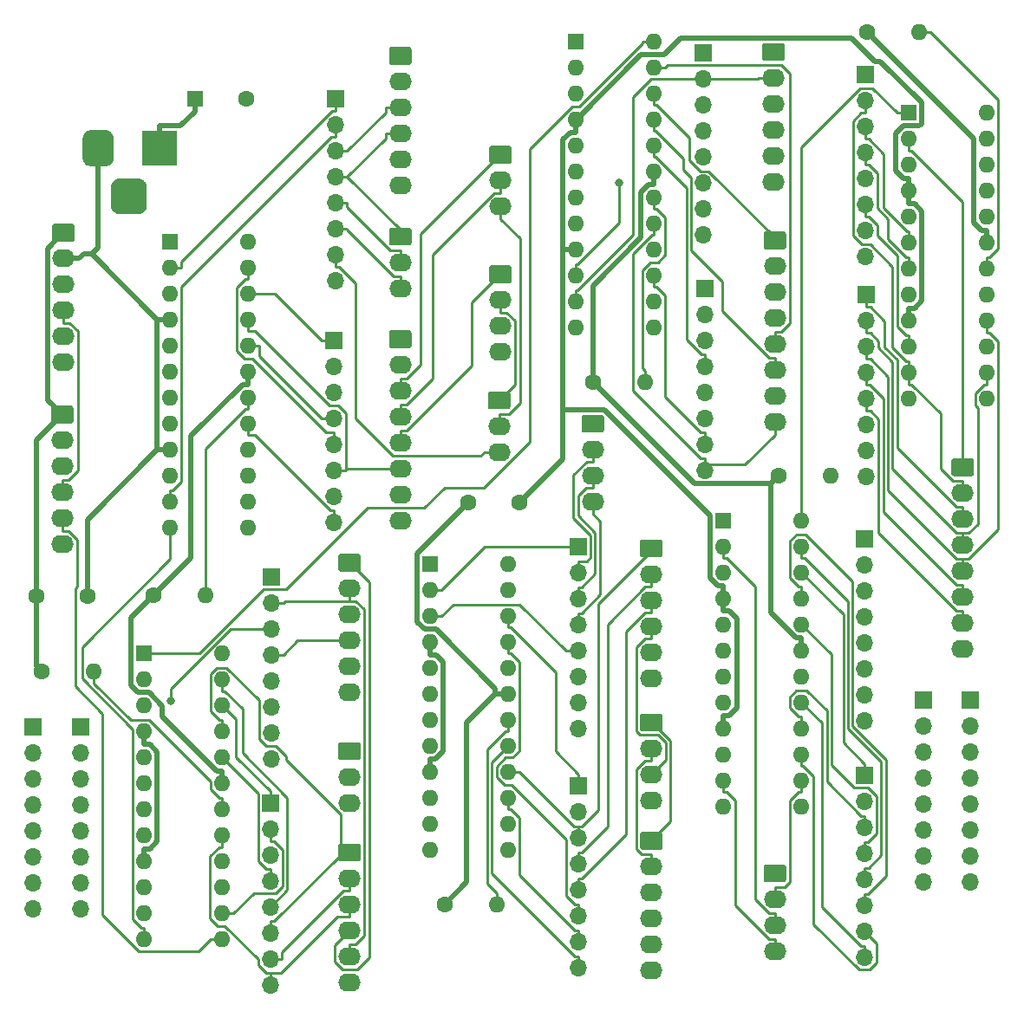
<source format=gbr>
G04 #@! TF.GenerationSoftware,KiCad,Pcbnew,(5.1.5-0-10_14)*
G04 #@! TF.CreationDate,2021-11-15T05:52:50+10:00*
G04 #@! TF.ProjectId,OH - UIP - Led Distribution,4f48202d-2055-4495-9020-2d204c656420,rev?*
G04 #@! TF.SameCoordinates,Original*
G04 #@! TF.FileFunction,Copper,L2,Bot*
G04 #@! TF.FilePolarity,Positive*
%FSLAX46Y46*%
G04 Gerber Fmt 4.6, Leading zero omitted, Abs format (unit mm)*
G04 Created by KiCad (PCBNEW (5.1.5-0-10_14)) date 2021-11-15 05:52:50*
%MOMM*%
%LPD*%
G04 APERTURE LIST*
%ADD10C,1.600000*%
%ADD11O,1.600000X1.600000*%
%ADD12R,1.600000X1.600000*%
%ADD13O,2.200000X1.740000*%
%ADD14C,0.100000*%
%ADD15O,1.700000X1.700000*%
%ADD16R,1.700000X1.700000*%
%ADD17R,3.500000X3.500000*%
%ADD18C,0.800000*%
%ADD19C,0.500000*%
%ADD20C,0.250000*%
G04 APERTURE END LIST*
D10*
X162861000Y-92964000D03*
X157861000Y-92964000D03*
D11*
X208534000Y-54864000D03*
X200914000Y-82804000D03*
X208534000Y-57404000D03*
X200914000Y-80264000D03*
X208534000Y-59944000D03*
X200914000Y-77724000D03*
X208534000Y-62484000D03*
X200914000Y-75184000D03*
X208534000Y-65024000D03*
X200914000Y-72644000D03*
X208534000Y-67564000D03*
X200914000Y-70104000D03*
X208534000Y-70104000D03*
X200914000Y-67564000D03*
X208534000Y-72644000D03*
X200914000Y-65024000D03*
X208534000Y-75184000D03*
X200914000Y-62484000D03*
X208534000Y-77724000D03*
X200914000Y-59944000D03*
X208534000Y-80264000D03*
X200914000Y-57404000D03*
X208534000Y-82804000D03*
D12*
X200914000Y-54864000D03*
D11*
X201930000Y-46990000D03*
D10*
X196850000Y-46990000D03*
D13*
X206184000Y-107251500D03*
X206184000Y-104711500D03*
X206184000Y-102171500D03*
X206184000Y-99631500D03*
X206184000Y-97091500D03*
X206184000Y-94551500D03*
X206184000Y-92011500D03*
G04 #@! TA.AperFunction,ComponentPad*
D14*
G36*
X207058505Y-88602704D02*
G01*
X207082773Y-88606304D01*
X207106572Y-88612265D01*
X207129671Y-88620530D01*
X207151850Y-88631020D01*
X207172893Y-88643632D01*
X207192599Y-88658247D01*
X207210777Y-88674723D01*
X207227253Y-88692901D01*
X207241868Y-88712607D01*
X207254480Y-88733650D01*
X207264970Y-88755829D01*
X207273235Y-88778928D01*
X207279196Y-88802727D01*
X207282796Y-88826995D01*
X207284000Y-88851499D01*
X207284000Y-90091501D01*
X207282796Y-90116005D01*
X207279196Y-90140273D01*
X207273235Y-90164072D01*
X207264970Y-90187171D01*
X207254480Y-90209350D01*
X207241868Y-90230393D01*
X207227253Y-90250099D01*
X207210777Y-90268277D01*
X207192599Y-90284753D01*
X207172893Y-90299368D01*
X207151850Y-90311980D01*
X207129671Y-90322470D01*
X207106572Y-90330735D01*
X207082773Y-90336696D01*
X207058505Y-90340296D01*
X207034001Y-90341500D01*
X205333999Y-90341500D01*
X205309495Y-90340296D01*
X205285227Y-90336696D01*
X205261428Y-90330735D01*
X205238329Y-90322470D01*
X205216150Y-90311980D01*
X205195107Y-90299368D01*
X205175401Y-90284753D01*
X205157223Y-90268277D01*
X205140747Y-90250099D01*
X205126132Y-90230393D01*
X205113520Y-90209350D01*
X205103030Y-90187171D01*
X205094765Y-90164072D01*
X205088804Y-90140273D01*
X205085204Y-90116005D01*
X205084000Y-90091501D01*
X205084000Y-88851499D01*
X205085204Y-88826995D01*
X205088804Y-88802727D01*
X205094765Y-88778928D01*
X205103030Y-88755829D01*
X205113520Y-88733650D01*
X205126132Y-88712607D01*
X205140747Y-88692901D01*
X205157223Y-88674723D01*
X205175401Y-88658247D01*
X205195107Y-88643632D01*
X205216150Y-88631020D01*
X205238329Y-88620530D01*
X205261428Y-88612265D01*
X205285227Y-88606304D01*
X205309495Y-88602704D01*
X205333999Y-88601500D01*
X207034001Y-88601500D01*
X207058505Y-88602704D01*
G37*
G04 #@! TD.AperFunction*
D15*
X196786000Y-90424000D03*
X196786000Y-87884000D03*
X196786000Y-85344000D03*
X196786000Y-82804000D03*
X196786000Y-80264000D03*
X196786000Y-77724000D03*
X196786000Y-75184000D03*
D16*
X196786000Y-72644000D03*
D15*
X196660000Y-68897500D03*
X196660000Y-66357500D03*
X196660000Y-63817500D03*
X196660000Y-61277500D03*
X196660000Y-58737500D03*
X196660000Y-56197500D03*
X196660000Y-53657500D03*
D16*
X196660000Y-51117500D03*
D13*
X161036000Y-64008000D03*
X161036000Y-61468000D03*
G04 #@! TA.AperFunction,ComponentPad*
D14*
G36*
X161910505Y-58059204D02*
G01*
X161934773Y-58062804D01*
X161958572Y-58068765D01*
X161981671Y-58077030D01*
X162003850Y-58087520D01*
X162024893Y-58100132D01*
X162044599Y-58114747D01*
X162062777Y-58131223D01*
X162079253Y-58149401D01*
X162093868Y-58169107D01*
X162106480Y-58190150D01*
X162116970Y-58212329D01*
X162125235Y-58235428D01*
X162131196Y-58259227D01*
X162134796Y-58283495D01*
X162136000Y-58307999D01*
X162136000Y-59548001D01*
X162134796Y-59572505D01*
X162131196Y-59596773D01*
X162125235Y-59620572D01*
X162116970Y-59643671D01*
X162106480Y-59665850D01*
X162093868Y-59686893D01*
X162079253Y-59706599D01*
X162062777Y-59724777D01*
X162044599Y-59741253D01*
X162024893Y-59755868D01*
X162003850Y-59768480D01*
X161981671Y-59778970D01*
X161958572Y-59787235D01*
X161934773Y-59793196D01*
X161910505Y-59796796D01*
X161886001Y-59798000D01*
X160185999Y-59798000D01*
X160161495Y-59796796D01*
X160137227Y-59793196D01*
X160113428Y-59787235D01*
X160090329Y-59778970D01*
X160068150Y-59768480D01*
X160047107Y-59755868D01*
X160027401Y-59741253D01*
X160009223Y-59724777D01*
X159992747Y-59706599D01*
X159978132Y-59686893D01*
X159965520Y-59665850D01*
X159955030Y-59643671D01*
X159946765Y-59620572D01*
X159940804Y-59596773D01*
X159937204Y-59572505D01*
X159936000Y-59548001D01*
X159936000Y-58307999D01*
X159937204Y-58283495D01*
X159940804Y-58259227D01*
X159946765Y-58235428D01*
X159955030Y-58212329D01*
X159965520Y-58190150D01*
X159978132Y-58169107D01*
X159992747Y-58149401D01*
X160009223Y-58131223D01*
X160027401Y-58114747D01*
X160047107Y-58100132D01*
X160068150Y-58087520D01*
X160090329Y-58077030D01*
X160113428Y-58068765D01*
X160137227Y-58062804D01*
X160161495Y-58059204D01*
X160185999Y-58058000D01*
X161886001Y-58058000D01*
X161910505Y-58059204D01*
G37*
G04 #@! TD.AperFunction*
D11*
X190438000Y-94669000D03*
X182818000Y-122609000D03*
X190438000Y-97209000D03*
X182818000Y-120069000D03*
X190438000Y-99749000D03*
X182818000Y-117529000D03*
X190438000Y-102289000D03*
X182818000Y-114989000D03*
X190438000Y-104829000D03*
X182818000Y-112449000D03*
X190438000Y-107369000D03*
X182818000Y-109909000D03*
X190438000Y-109909000D03*
X182818000Y-107369000D03*
X190438000Y-112449000D03*
X182818000Y-104829000D03*
X190438000Y-114989000D03*
X182818000Y-102289000D03*
X190438000Y-117529000D03*
X182818000Y-99749000D03*
X190438000Y-120069000D03*
X182818000Y-97209000D03*
X190438000Y-122609000D03*
D12*
X182818000Y-94669000D03*
D11*
X193294000Y-90297000D03*
D10*
X188214000Y-90297000D03*
D13*
X187833000Y-136779000D03*
X187833000Y-134239000D03*
X187833000Y-131699000D03*
G04 #@! TA.AperFunction,ComponentPad*
D14*
G36*
X188707505Y-128290204D02*
G01*
X188731773Y-128293804D01*
X188755572Y-128299765D01*
X188778671Y-128308030D01*
X188800850Y-128318520D01*
X188821893Y-128331132D01*
X188841599Y-128345747D01*
X188859777Y-128362223D01*
X188876253Y-128380401D01*
X188890868Y-128400107D01*
X188903480Y-128421150D01*
X188913970Y-128443329D01*
X188922235Y-128466428D01*
X188928196Y-128490227D01*
X188931796Y-128514495D01*
X188933000Y-128538999D01*
X188933000Y-129779001D01*
X188931796Y-129803505D01*
X188928196Y-129827773D01*
X188922235Y-129851572D01*
X188913970Y-129874671D01*
X188903480Y-129896850D01*
X188890868Y-129917893D01*
X188876253Y-129937599D01*
X188859777Y-129955777D01*
X188841599Y-129972253D01*
X188821893Y-129986868D01*
X188800850Y-129999480D01*
X188778671Y-130009970D01*
X188755572Y-130018235D01*
X188731773Y-130024196D01*
X188707505Y-130027796D01*
X188683001Y-130029000D01*
X186982999Y-130029000D01*
X186958495Y-130027796D01*
X186934227Y-130024196D01*
X186910428Y-130018235D01*
X186887329Y-130009970D01*
X186865150Y-129999480D01*
X186844107Y-129986868D01*
X186824401Y-129972253D01*
X186806223Y-129955777D01*
X186789747Y-129937599D01*
X186775132Y-129917893D01*
X186762520Y-129896850D01*
X186752030Y-129874671D01*
X186743765Y-129851572D01*
X186737804Y-129827773D01*
X186734204Y-129803505D01*
X186733000Y-129779001D01*
X186733000Y-128538999D01*
X186734204Y-128514495D01*
X186737804Y-128490227D01*
X186743765Y-128466428D01*
X186752030Y-128443329D01*
X186762520Y-128421150D01*
X186775132Y-128400107D01*
X186789747Y-128380401D01*
X186806223Y-128362223D01*
X186824401Y-128345747D01*
X186844107Y-128331132D01*
X186865150Y-128318520D01*
X186887329Y-128308030D01*
X186910428Y-128299765D01*
X186934227Y-128293804D01*
X186958495Y-128290204D01*
X186982999Y-128289000D01*
X188683001Y-128289000D01*
X188707505Y-128290204D01*
G37*
G04 #@! TD.AperFunction*
D15*
X196596000Y-137414000D03*
X196596000Y-134874000D03*
X196596000Y-132334000D03*
X196596000Y-129794000D03*
X196596000Y-127254000D03*
X196596000Y-124714000D03*
X196596000Y-122174000D03*
D16*
X196596000Y-119634000D03*
D15*
X196596000Y-114300000D03*
X196596000Y-111760000D03*
X196596000Y-109220000D03*
X196596000Y-106680000D03*
X196596000Y-104140000D03*
X196596000Y-101600000D03*
X196596000Y-99060000D03*
D16*
X196596000Y-96520000D03*
D13*
X118237000Y-97028000D03*
X118237000Y-94488000D03*
X118237000Y-91948000D03*
X118237000Y-89408000D03*
X118237000Y-86868000D03*
G04 #@! TA.AperFunction,ComponentPad*
D14*
G36*
X119111505Y-83459204D02*
G01*
X119135773Y-83462804D01*
X119159572Y-83468765D01*
X119182671Y-83477030D01*
X119204850Y-83487520D01*
X119225893Y-83500132D01*
X119245599Y-83514747D01*
X119263777Y-83531223D01*
X119280253Y-83549401D01*
X119294868Y-83569107D01*
X119307480Y-83590150D01*
X119317970Y-83612329D01*
X119326235Y-83635428D01*
X119332196Y-83659227D01*
X119335796Y-83683495D01*
X119337000Y-83707999D01*
X119337000Y-84948001D01*
X119335796Y-84972505D01*
X119332196Y-84996773D01*
X119326235Y-85020572D01*
X119317970Y-85043671D01*
X119307480Y-85065850D01*
X119294868Y-85086893D01*
X119280253Y-85106599D01*
X119263777Y-85124777D01*
X119245599Y-85141253D01*
X119225893Y-85155868D01*
X119204850Y-85168480D01*
X119182671Y-85178970D01*
X119159572Y-85187235D01*
X119135773Y-85193196D01*
X119111505Y-85196796D01*
X119087001Y-85198000D01*
X117386999Y-85198000D01*
X117362495Y-85196796D01*
X117338227Y-85193196D01*
X117314428Y-85187235D01*
X117291329Y-85178970D01*
X117269150Y-85168480D01*
X117248107Y-85155868D01*
X117228401Y-85141253D01*
X117210223Y-85124777D01*
X117193747Y-85106599D01*
X117179132Y-85086893D01*
X117166520Y-85065850D01*
X117156030Y-85043671D01*
X117147765Y-85020572D01*
X117141804Y-84996773D01*
X117138204Y-84972505D01*
X117137000Y-84948001D01*
X117137000Y-83707999D01*
X117138204Y-83683495D01*
X117141804Y-83659227D01*
X117147765Y-83635428D01*
X117156030Y-83612329D01*
X117166520Y-83590150D01*
X117179132Y-83569107D01*
X117193747Y-83549401D01*
X117210223Y-83531223D01*
X117228401Y-83514747D01*
X117248107Y-83500132D01*
X117269150Y-83487520D01*
X117291329Y-83477030D01*
X117314428Y-83468765D01*
X117338227Y-83462804D01*
X117362495Y-83459204D01*
X117386999Y-83458000D01*
X119087001Y-83458000D01*
X119111505Y-83459204D01*
G37*
G04 #@! TD.AperFunction*
D13*
X118364000Y-79248000D03*
X118364000Y-76708000D03*
X118364000Y-74168000D03*
X118364000Y-71628000D03*
X118364000Y-69088000D03*
G04 #@! TA.AperFunction,ComponentPad*
D14*
G36*
X119238505Y-65679204D02*
G01*
X119262773Y-65682804D01*
X119286572Y-65688765D01*
X119309671Y-65697030D01*
X119331850Y-65707520D01*
X119352893Y-65720132D01*
X119372599Y-65734747D01*
X119390777Y-65751223D01*
X119407253Y-65769401D01*
X119421868Y-65789107D01*
X119434480Y-65810150D01*
X119444970Y-65832329D01*
X119453235Y-65855428D01*
X119459196Y-65879227D01*
X119462796Y-65903495D01*
X119464000Y-65927999D01*
X119464000Y-67168001D01*
X119462796Y-67192505D01*
X119459196Y-67216773D01*
X119453235Y-67240572D01*
X119444970Y-67263671D01*
X119434480Y-67285850D01*
X119421868Y-67306893D01*
X119407253Y-67326599D01*
X119390777Y-67344777D01*
X119372599Y-67361253D01*
X119352893Y-67375868D01*
X119331850Y-67388480D01*
X119309671Y-67398970D01*
X119286572Y-67407235D01*
X119262773Y-67413196D01*
X119238505Y-67416796D01*
X119214001Y-67418000D01*
X117513999Y-67418000D01*
X117489495Y-67416796D01*
X117465227Y-67413196D01*
X117441428Y-67407235D01*
X117418329Y-67398970D01*
X117396150Y-67388480D01*
X117375107Y-67375868D01*
X117355401Y-67361253D01*
X117337223Y-67344777D01*
X117320747Y-67326599D01*
X117306132Y-67306893D01*
X117293520Y-67285850D01*
X117283030Y-67263671D01*
X117274765Y-67240572D01*
X117268804Y-67216773D01*
X117265204Y-67192505D01*
X117264000Y-67168001D01*
X117264000Y-65927999D01*
X117265204Y-65903495D01*
X117268804Y-65879227D01*
X117274765Y-65855428D01*
X117283030Y-65832329D01*
X117293520Y-65810150D01*
X117306132Y-65789107D01*
X117320747Y-65769401D01*
X117337223Y-65751223D01*
X117355401Y-65734747D01*
X117375107Y-65720132D01*
X117396150Y-65707520D01*
X117418329Y-65697030D01*
X117441428Y-65688765D01*
X117465227Y-65682804D01*
X117489495Y-65679204D01*
X117513999Y-65678000D01*
X119214001Y-65678000D01*
X119238505Y-65679204D01*
G37*
G04 #@! TD.AperFunction*
G04 #@! TA.AperFunction,ComponentPad*
G36*
X125722765Y-61247213D02*
G01*
X125807704Y-61259813D01*
X125890999Y-61280677D01*
X125971848Y-61309605D01*
X126049472Y-61346319D01*
X126123124Y-61390464D01*
X126192094Y-61441616D01*
X126255718Y-61499282D01*
X126313384Y-61562906D01*
X126364536Y-61631876D01*
X126408681Y-61705528D01*
X126445395Y-61783152D01*
X126474323Y-61864001D01*
X126495187Y-61947296D01*
X126507787Y-62032235D01*
X126512000Y-62118000D01*
X126512000Y-63868000D01*
X126507787Y-63953765D01*
X126495187Y-64038704D01*
X126474323Y-64121999D01*
X126445395Y-64202848D01*
X126408681Y-64280472D01*
X126364536Y-64354124D01*
X126313384Y-64423094D01*
X126255718Y-64486718D01*
X126192094Y-64544384D01*
X126123124Y-64595536D01*
X126049472Y-64639681D01*
X125971848Y-64676395D01*
X125890999Y-64705323D01*
X125807704Y-64726187D01*
X125722765Y-64738787D01*
X125637000Y-64743000D01*
X123887000Y-64743000D01*
X123801235Y-64738787D01*
X123716296Y-64726187D01*
X123633001Y-64705323D01*
X123552152Y-64676395D01*
X123474528Y-64639681D01*
X123400876Y-64595536D01*
X123331906Y-64544384D01*
X123268282Y-64486718D01*
X123210616Y-64423094D01*
X123159464Y-64354124D01*
X123115319Y-64280472D01*
X123078605Y-64202848D01*
X123049677Y-64121999D01*
X123028813Y-64038704D01*
X123016213Y-63953765D01*
X123012000Y-63868000D01*
X123012000Y-62118000D01*
X123016213Y-62032235D01*
X123028813Y-61947296D01*
X123049677Y-61864001D01*
X123078605Y-61783152D01*
X123115319Y-61705528D01*
X123159464Y-61631876D01*
X123210616Y-61562906D01*
X123268282Y-61499282D01*
X123331906Y-61441616D01*
X123400876Y-61390464D01*
X123474528Y-61346319D01*
X123552152Y-61309605D01*
X123633001Y-61280677D01*
X123716296Y-61259813D01*
X123801235Y-61247213D01*
X123887000Y-61243000D01*
X125637000Y-61243000D01*
X125722765Y-61247213D01*
G37*
G04 #@! TD.AperFunction*
G04 #@! TA.AperFunction,ComponentPad*
G36*
X122585513Y-56546611D02*
G01*
X122658318Y-56557411D01*
X122729714Y-56575295D01*
X122799013Y-56600090D01*
X122865548Y-56631559D01*
X122928678Y-56669398D01*
X122987795Y-56713242D01*
X123042330Y-56762670D01*
X123091758Y-56817205D01*
X123135602Y-56876322D01*
X123173441Y-56939452D01*
X123204910Y-57005987D01*
X123229705Y-57075286D01*
X123247589Y-57146682D01*
X123258389Y-57219487D01*
X123262000Y-57293000D01*
X123262000Y-59293000D01*
X123258389Y-59366513D01*
X123247589Y-59439318D01*
X123229705Y-59510714D01*
X123204910Y-59580013D01*
X123173441Y-59646548D01*
X123135602Y-59709678D01*
X123091758Y-59768795D01*
X123042330Y-59823330D01*
X122987795Y-59872758D01*
X122928678Y-59916602D01*
X122865548Y-59954441D01*
X122799013Y-59985910D01*
X122729714Y-60010705D01*
X122658318Y-60028589D01*
X122585513Y-60039389D01*
X122512000Y-60043000D01*
X121012000Y-60043000D01*
X120938487Y-60039389D01*
X120865682Y-60028589D01*
X120794286Y-60010705D01*
X120724987Y-59985910D01*
X120658452Y-59954441D01*
X120595322Y-59916602D01*
X120536205Y-59872758D01*
X120481670Y-59823330D01*
X120432242Y-59768795D01*
X120388398Y-59709678D01*
X120350559Y-59646548D01*
X120319090Y-59580013D01*
X120294295Y-59510714D01*
X120276411Y-59439318D01*
X120265611Y-59366513D01*
X120262000Y-59293000D01*
X120262000Y-57293000D01*
X120265611Y-57219487D01*
X120276411Y-57146682D01*
X120294295Y-57075286D01*
X120319090Y-57005987D01*
X120350559Y-56939452D01*
X120388398Y-56876322D01*
X120432242Y-56817205D01*
X120481670Y-56762670D01*
X120536205Y-56713242D01*
X120595322Y-56669398D01*
X120658452Y-56631559D01*
X120724987Y-56600090D01*
X120794286Y-56575295D01*
X120865682Y-56557411D01*
X120938487Y-56546611D01*
X121012000Y-56543000D01*
X122512000Y-56543000D01*
X122585513Y-56546611D01*
G37*
G04 #@! TD.AperFunction*
D17*
X127762000Y-58293000D03*
D13*
X175768000Y-110109000D03*
X175768000Y-107569000D03*
X175768000Y-105029000D03*
X175768000Y-102489000D03*
X175768000Y-99949000D03*
G04 #@! TA.AperFunction,ComponentPad*
D14*
G36*
X176642505Y-96540204D02*
G01*
X176666773Y-96543804D01*
X176690572Y-96549765D01*
X176713671Y-96558030D01*
X176735850Y-96568520D01*
X176756893Y-96581132D01*
X176776599Y-96595747D01*
X176794777Y-96612223D01*
X176811253Y-96630401D01*
X176825868Y-96650107D01*
X176838480Y-96671150D01*
X176848970Y-96693329D01*
X176857235Y-96716428D01*
X176863196Y-96740227D01*
X176866796Y-96764495D01*
X176868000Y-96788999D01*
X176868000Y-98029001D01*
X176866796Y-98053505D01*
X176863196Y-98077773D01*
X176857235Y-98101572D01*
X176848970Y-98124671D01*
X176838480Y-98146850D01*
X176825868Y-98167893D01*
X176811253Y-98187599D01*
X176794777Y-98205777D01*
X176776599Y-98222253D01*
X176756893Y-98236868D01*
X176735850Y-98249480D01*
X176713671Y-98259970D01*
X176690572Y-98268235D01*
X176666773Y-98274196D01*
X176642505Y-98277796D01*
X176618001Y-98279000D01*
X174917999Y-98279000D01*
X174893495Y-98277796D01*
X174869227Y-98274196D01*
X174845428Y-98268235D01*
X174822329Y-98259970D01*
X174800150Y-98249480D01*
X174779107Y-98236868D01*
X174759401Y-98222253D01*
X174741223Y-98205777D01*
X174724747Y-98187599D01*
X174710132Y-98167893D01*
X174697520Y-98146850D01*
X174687030Y-98124671D01*
X174678765Y-98101572D01*
X174672804Y-98077773D01*
X174669204Y-98053505D01*
X174668000Y-98029001D01*
X174668000Y-96788999D01*
X174669204Y-96764495D01*
X174672804Y-96740227D01*
X174678765Y-96716428D01*
X174687030Y-96693329D01*
X174697520Y-96671150D01*
X174710132Y-96650107D01*
X174724747Y-96630401D01*
X174741223Y-96612223D01*
X174759401Y-96595747D01*
X174779107Y-96581132D01*
X174800150Y-96568520D01*
X174822329Y-96558030D01*
X174845428Y-96549765D01*
X174869227Y-96543804D01*
X174893495Y-96540204D01*
X174917999Y-96539000D01*
X176618001Y-96539000D01*
X176642505Y-96540204D01*
G37*
G04 #@! TD.AperFunction*
D13*
X175768000Y-122047000D03*
X175768000Y-119507000D03*
X175768000Y-116967000D03*
G04 #@! TA.AperFunction,ComponentPad*
D14*
G36*
X176642505Y-113558204D02*
G01*
X176666773Y-113561804D01*
X176690572Y-113567765D01*
X176713671Y-113576030D01*
X176735850Y-113586520D01*
X176756893Y-113599132D01*
X176776599Y-113613747D01*
X176794777Y-113630223D01*
X176811253Y-113648401D01*
X176825868Y-113668107D01*
X176838480Y-113689150D01*
X176848970Y-113711329D01*
X176857235Y-113734428D01*
X176863196Y-113758227D01*
X176866796Y-113782495D01*
X176868000Y-113806999D01*
X176868000Y-115047001D01*
X176866796Y-115071505D01*
X176863196Y-115095773D01*
X176857235Y-115119572D01*
X176848970Y-115142671D01*
X176838480Y-115164850D01*
X176825868Y-115185893D01*
X176811253Y-115205599D01*
X176794777Y-115223777D01*
X176776599Y-115240253D01*
X176756893Y-115254868D01*
X176735850Y-115267480D01*
X176713671Y-115277970D01*
X176690572Y-115286235D01*
X176666773Y-115292196D01*
X176642505Y-115295796D01*
X176618001Y-115297000D01*
X174917999Y-115297000D01*
X174893495Y-115295796D01*
X174869227Y-115292196D01*
X174845428Y-115286235D01*
X174822329Y-115277970D01*
X174800150Y-115267480D01*
X174779107Y-115254868D01*
X174759401Y-115240253D01*
X174741223Y-115223777D01*
X174724747Y-115205599D01*
X174710132Y-115185893D01*
X174697520Y-115164850D01*
X174687030Y-115142671D01*
X174678765Y-115119572D01*
X174672804Y-115095773D01*
X174669204Y-115071505D01*
X174668000Y-115047001D01*
X174668000Y-113806999D01*
X174669204Y-113782495D01*
X174672804Y-113758227D01*
X174678765Y-113734428D01*
X174687030Y-113711329D01*
X174697520Y-113689150D01*
X174710132Y-113668107D01*
X174724747Y-113648401D01*
X174741223Y-113630223D01*
X174759401Y-113613747D01*
X174779107Y-113599132D01*
X174800150Y-113586520D01*
X174822329Y-113576030D01*
X174845428Y-113567765D01*
X174869227Y-113561804D01*
X174893495Y-113558204D01*
X174917999Y-113557000D01*
X176618001Y-113557000D01*
X176642505Y-113558204D01*
G37*
G04 #@! TD.AperFunction*
D13*
X175768000Y-138684000D03*
X175768000Y-136144000D03*
X175768000Y-133604000D03*
X175768000Y-131064000D03*
X175768000Y-128524000D03*
G04 #@! TA.AperFunction,ComponentPad*
D14*
G36*
X176642505Y-125115204D02*
G01*
X176666773Y-125118804D01*
X176690572Y-125124765D01*
X176713671Y-125133030D01*
X176735850Y-125143520D01*
X176756893Y-125156132D01*
X176776599Y-125170747D01*
X176794777Y-125187223D01*
X176811253Y-125205401D01*
X176825868Y-125225107D01*
X176838480Y-125246150D01*
X176848970Y-125268329D01*
X176857235Y-125291428D01*
X176863196Y-125315227D01*
X176866796Y-125339495D01*
X176868000Y-125363999D01*
X176868000Y-126604001D01*
X176866796Y-126628505D01*
X176863196Y-126652773D01*
X176857235Y-126676572D01*
X176848970Y-126699671D01*
X176838480Y-126721850D01*
X176825868Y-126742893D01*
X176811253Y-126762599D01*
X176794777Y-126780777D01*
X176776599Y-126797253D01*
X176756893Y-126811868D01*
X176735850Y-126824480D01*
X176713671Y-126834970D01*
X176690572Y-126843235D01*
X176666773Y-126849196D01*
X176642505Y-126852796D01*
X176618001Y-126854000D01*
X174917999Y-126854000D01*
X174893495Y-126852796D01*
X174869227Y-126849196D01*
X174845428Y-126843235D01*
X174822329Y-126834970D01*
X174800150Y-126824480D01*
X174779107Y-126811868D01*
X174759401Y-126797253D01*
X174741223Y-126780777D01*
X174724747Y-126762599D01*
X174710132Y-126742893D01*
X174697520Y-126721850D01*
X174687030Y-126699671D01*
X174678765Y-126676572D01*
X174672804Y-126652773D01*
X174669204Y-126628505D01*
X174668000Y-126604001D01*
X174668000Y-125363999D01*
X174669204Y-125339495D01*
X174672804Y-125315227D01*
X174678765Y-125291428D01*
X174687030Y-125268329D01*
X174697520Y-125246150D01*
X174710132Y-125225107D01*
X174724747Y-125205401D01*
X174741223Y-125187223D01*
X174759401Y-125170747D01*
X174779107Y-125156132D01*
X174800150Y-125143520D01*
X174822329Y-125133030D01*
X174845428Y-125124765D01*
X174869227Y-125118804D01*
X174893495Y-125115204D01*
X174917999Y-125114000D01*
X176618001Y-125114000D01*
X176642505Y-125115204D01*
G37*
G04 #@! TD.AperFunction*
D13*
X170053000Y-92837000D03*
X170053000Y-90297000D03*
X170053000Y-87757000D03*
G04 #@! TA.AperFunction,ComponentPad*
D14*
G36*
X170927505Y-84348204D02*
G01*
X170951773Y-84351804D01*
X170975572Y-84357765D01*
X170998671Y-84366030D01*
X171020850Y-84376520D01*
X171041893Y-84389132D01*
X171061599Y-84403747D01*
X171079777Y-84420223D01*
X171096253Y-84438401D01*
X171110868Y-84458107D01*
X171123480Y-84479150D01*
X171133970Y-84501329D01*
X171142235Y-84524428D01*
X171148196Y-84548227D01*
X171151796Y-84572495D01*
X171153000Y-84596999D01*
X171153000Y-85837001D01*
X171151796Y-85861505D01*
X171148196Y-85885773D01*
X171142235Y-85909572D01*
X171133970Y-85932671D01*
X171123480Y-85954850D01*
X171110868Y-85975893D01*
X171096253Y-85995599D01*
X171079777Y-86013777D01*
X171061599Y-86030253D01*
X171041893Y-86044868D01*
X171020850Y-86057480D01*
X170998671Y-86067970D01*
X170975572Y-86076235D01*
X170951773Y-86082196D01*
X170927505Y-86085796D01*
X170903001Y-86087000D01*
X169202999Y-86087000D01*
X169178495Y-86085796D01*
X169154227Y-86082196D01*
X169130428Y-86076235D01*
X169107329Y-86067970D01*
X169085150Y-86057480D01*
X169064107Y-86044868D01*
X169044401Y-86030253D01*
X169026223Y-86013777D01*
X169009747Y-85995599D01*
X168995132Y-85975893D01*
X168982520Y-85954850D01*
X168972030Y-85932671D01*
X168963765Y-85909572D01*
X168957804Y-85885773D01*
X168954204Y-85861505D01*
X168953000Y-85837001D01*
X168953000Y-84596999D01*
X168954204Y-84572495D01*
X168957804Y-84548227D01*
X168963765Y-84524428D01*
X168972030Y-84501329D01*
X168982520Y-84479150D01*
X168995132Y-84458107D01*
X169009747Y-84438401D01*
X169026223Y-84420223D01*
X169044401Y-84403747D01*
X169064107Y-84389132D01*
X169085150Y-84376520D01*
X169107329Y-84366030D01*
X169130428Y-84357765D01*
X169154227Y-84351804D01*
X169178495Y-84348204D01*
X169202999Y-84347000D01*
X170903001Y-84347000D01*
X170927505Y-84348204D01*
G37*
G04 #@! TD.AperFunction*
D13*
X160909000Y-88011000D03*
X160909000Y-85471000D03*
G04 #@! TA.AperFunction,ComponentPad*
D14*
G36*
X161783505Y-82062204D02*
G01*
X161807773Y-82065804D01*
X161831572Y-82071765D01*
X161854671Y-82080030D01*
X161876850Y-82090520D01*
X161897893Y-82103132D01*
X161917599Y-82117747D01*
X161935777Y-82134223D01*
X161952253Y-82152401D01*
X161966868Y-82172107D01*
X161979480Y-82193150D01*
X161989970Y-82215329D01*
X161998235Y-82238428D01*
X162004196Y-82262227D01*
X162007796Y-82286495D01*
X162009000Y-82310999D01*
X162009000Y-83551001D01*
X162007796Y-83575505D01*
X162004196Y-83599773D01*
X161998235Y-83623572D01*
X161989970Y-83646671D01*
X161979480Y-83668850D01*
X161966868Y-83689893D01*
X161952253Y-83709599D01*
X161935777Y-83727777D01*
X161917599Y-83744253D01*
X161897893Y-83758868D01*
X161876850Y-83771480D01*
X161854671Y-83781970D01*
X161831572Y-83790235D01*
X161807773Y-83796196D01*
X161783505Y-83799796D01*
X161759001Y-83801000D01*
X160058999Y-83801000D01*
X160034495Y-83799796D01*
X160010227Y-83796196D01*
X159986428Y-83790235D01*
X159963329Y-83781970D01*
X159941150Y-83771480D01*
X159920107Y-83758868D01*
X159900401Y-83744253D01*
X159882223Y-83727777D01*
X159865747Y-83709599D01*
X159851132Y-83689893D01*
X159838520Y-83668850D01*
X159828030Y-83646671D01*
X159819765Y-83623572D01*
X159813804Y-83599773D01*
X159810204Y-83575505D01*
X159809000Y-83551001D01*
X159809000Y-82310999D01*
X159810204Y-82286495D01*
X159813804Y-82262227D01*
X159819765Y-82238428D01*
X159828030Y-82215329D01*
X159838520Y-82193150D01*
X159851132Y-82172107D01*
X159865747Y-82152401D01*
X159882223Y-82134223D01*
X159900401Y-82117747D01*
X159920107Y-82103132D01*
X159941150Y-82090520D01*
X159963329Y-82080030D01*
X159986428Y-82071765D01*
X160010227Y-82065804D01*
X160034495Y-82062204D01*
X160058999Y-82061000D01*
X161759001Y-82061000D01*
X161783505Y-82062204D01*
G37*
G04 #@! TD.AperFunction*
D13*
X146304000Y-139827000D03*
X146304000Y-137287000D03*
X146304000Y-134747000D03*
X146304000Y-132207000D03*
X146304000Y-129667000D03*
G04 #@! TA.AperFunction,ComponentPad*
D14*
G36*
X147178505Y-126258204D02*
G01*
X147202773Y-126261804D01*
X147226572Y-126267765D01*
X147249671Y-126276030D01*
X147271850Y-126286520D01*
X147292893Y-126299132D01*
X147312599Y-126313747D01*
X147330777Y-126330223D01*
X147347253Y-126348401D01*
X147361868Y-126368107D01*
X147374480Y-126389150D01*
X147384970Y-126411329D01*
X147393235Y-126434428D01*
X147399196Y-126458227D01*
X147402796Y-126482495D01*
X147404000Y-126506999D01*
X147404000Y-127747001D01*
X147402796Y-127771505D01*
X147399196Y-127795773D01*
X147393235Y-127819572D01*
X147384970Y-127842671D01*
X147374480Y-127864850D01*
X147361868Y-127885893D01*
X147347253Y-127905599D01*
X147330777Y-127923777D01*
X147312599Y-127940253D01*
X147292893Y-127954868D01*
X147271850Y-127967480D01*
X147249671Y-127977970D01*
X147226572Y-127986235D01*
X147202773Y-127992196D01*
X147178505Y-127995796D01*
X147154001Y-127997000D01*
X145453999Y-127997000D01*
X145429495Y-127995796D01*
X145405227Y-127992196D01*
X145381428Y-127986235D01*
X145358329Y-127977970D01*
X145336150Y-127967480D01*
X145315107Y-127954868D01*
X145295401Y-127940253D01*
X145277223Y-127923777D01*
X145260747Y-127905599D01*
X145246132Y-127885893D01*
X145233520Y-127864850D01*
X145223030Y-127842671D01*
X145214765Y-127819572D01*
X145208804Y-127795773D01*
X145205204Y-127771505D01*
X145204000Y-127747001D01*
X145204000Y-126506999D01*
X145205204Y-126482495D01*
X145208804Y-126458227D01*
X145214765Y-126434428D01*
X145223030Y-126411329D01*
X145233520Y-126389150D01*
X145246132Y-126368107D01*
X145260747Y-126348401D01*
X145277223Y-126330223D01*
X145295401Y-126313747D01*
X145315107Y-126299132D01*
X145336150Y-126286520D01*
X145358329Y-126276030D01*
X145381428Y-126267765D01*
X145405227Y-126261804D01*
X145429495Y-126258204D01*
X145453999Y-126257000D01*
X147154001Y-126257000D01*
X147178505Y-126258204D01*
G37*
G04 #@! TD.AperFunction*
D13*
X146304000Y-122301000D03*
X146304000Y-119761000D03*
G04 #@! TA.AperFunction,ComponentPad*
D14*
G36*
X147178505Y-116352204D02*
G01*
X147202773Y-116355804D01*
X147226572Y-116361765D01*
X147249671Y-116370030D01*
X147271850Y-116380520D01*
X147292893Y-116393132D01*
X147312599Y-116407747D01*
X147330777Y-116424223D01*
X147347253Y-116442401D01*
X147361868Y-116462107D01*
X147374480Y-116483150D01*
X147384970Y-116505329D01*
X147393235Y-116528428D01*
X147399196Y-116552227D01*
X147402796Y-116576495D01*
X147404000Y-116600999D01*
X147404000Y-117841001D01*
X147402796Y-117865505D01*
X147399196Y-117889773D01*
X147393235Y-117913572D01*
X147384970Y-117936671D01*
X147374480Y-117958850D01*
X147361868Y-117979893D01*
X147347253Y-117999599D01*
X147330777Y-118017777D01*
X147312599Y-118034253D01*
X147292893Y-118048868D01*
X147271850Y-118061480D01*
X147249671Y-118071970D01*
X147226572Y-118080235D01*
X147202773Y-118086196D01*
X147178505Y-118089796D01*
X147154001Y-118091000D01*
X145453999Y-118091000D01*
X145429495Y-118089796D01*
X145405227Y-118086196D01*
X145381428Y-118080235D01*
X145358329Y-118071970D01*
X145336150Y-118061480D01*
X145315107Y-118048868D01*
X145295401Y-118034253D01*
X145277223Y-118017777D01*
X145260747Y-117999599D01*
X145246132Y-117979893D01*
X145233520Y-117958850D01*
X145223030Y-117936671D01*
X145214765Y-117913572D01*
X145208804Y-117889773D01*
X145205204Y-117865505D01*
X145204000Y-117841001D01*
X145204000Y-116600999D01*
X145205204Y-116576495D01*
X145208804Y-116552227D01*
X145214765Y-116528428D01*
X145223030Y-116505329D01*
X145233520Y-116483150D01*
X145246132Y-116462107D01*
X145260747Y-116442401D01*
X145277223Y-116424223D01*
X145295401Y-116407747D01*
X145315107Y-116393132D01*
X145336150Y-116380520D01*
X145358329Y-116370030D01*
X145381428Y-116361765D01*
X145405227Y-116355804D01*
X145429495Y-116352204D01*
X145453999Y-116351000D01*
X147154001Y-116351000D01*
X147178505Y-116352204D01*
G37*
G04 #@! TD.AperFunction*
D13*
X146304000Y-111506000D03*
X146304000Y-108966000D03*
X146304000Y-106426000D03*
X146304000Y-103886000D03*
X146304000Y-101346000D03*
G04 #@! TA.AperFunction,ComponentPad*
D14*
G36*
X147178505Y-97937204D02*
G01*
X147202773Y-97940804D01*
X147226572Y-97946765D01*
X147249671Y-97955030D01*
X147271850Y-97965520D01*
X147292893Y-97978132D01*
X147312599Y-97992747D01*
X147330777Y-98009223D01*
X147347253Y-98027401D01*
X147361868Y-98047107D01*
X147374480Y-98068150D01*
X147384970Y-98090329D01*
X147393235Y-98113428D01*
X147399196Y-98137227D01*
X147402796Y-98161495D01*
X147404000Y-98185999D01*
X147404000Y-99426001D01*
X147402796Y-99450505D01*
X147399196Y-99474773D01*
X147393235Y-99498572D01*
X147384970Y-99521671D01*
X147374480Y-99543850D01*
X147361868Y-99564893D01*
X147347253Y-99584599D01*
X147330777Y-99602777D01*
X147312599Y-99619253D01*
X147292893Y-99633868D01*
X147271850Y-99646480D01*
X147249671Y-99656970D01*
X147226572Y-99665235D01*
X147202773Y-99671196D01*
X147178505Y-99674796D01*
X147154001Y-99676000D01*
X145453999Y-99676000D01*
X145429495Y-99674796D01*
X145405227Y-99671196D01*
X145381428Y-99665235D01*
X145358329Y-99656970D01*
X145336150Y-99646480D01*
X145315107Y-99633868D01*
X145295401Y-99619253D01*
X145277223Y-99602777D01*
X145260747Y-99584599D01*
X145246132Y-99564893D01*
X145233520Y-99543850D01*
X145223030Y-99521671D01*
X145214765Y-99498572D01*
X145208804Y-99474773D01*
X145205204Y-99450505D01*
X145204000Y-99426001D01*
X145204000Y-98185999D01*
X145205204Y-98161495D01*
X145208804Y-98137227D01*
X145214765Y-98113428D01*
X145223030Y-98090329D01*
X145233520Y-98068150D01*
X145246132Y-98047107D01*
X145260747Y-98027401D01*
X145277223Y-98009223D01*
X145295401Y-97992747D01*
X145315107Y-97978132D01*
X145336150Y-97965520D01*
X145358329Y-97955030D01*
X145381428Y-97946765D01*
X145405227Y-97940804D01*
X145429495Y-97937204D01*
X145453999Y-97936000D01*
X147154001Y-97936000D01*
X147178505Y-97937204D01*
G37*
G04 #@! TD.AperFunction*
D13*
X187706000Y-61595000D03*
X187706000Y-59055000D03*
X187706000Y-56515000D03*
X187706000Y-53975000D03*
X187706000Y-51435000D03*
G04 #@! TA.AperFunction,ComponentPad*
D14*
G36*
X188580505Y-48026204D02*
G01*
X188604773Y-48029804D01*
X188628572Y-48035765D01*
X188651671Y-48044030D01*
X188673850Y-48054520D01*
X188694893Y-48067132D01*
X188714599Y-48081747D01*
X188732777Y-48098223D01*
X188749253Y-48116401D01*
X188763868Y-48136107D01*
X188776480Y-48157150D01*
X188786970Y-48179329D01*
X188795235Y-48202428D01*
X188801196Y-48226227D01*
X188804796Y-48250495D01*
X188806000Y-48274999D01*
X188806000Y-49515001D01*
X188804796Y-49539505D01*
X188801196Y-49563773D01*
X188795235Y-49587572D01*
X188786970Y-49610671D01*
X188776480Y-49632850D01*
X188763868Y-49653893D01*
X188749253Y-49673599D01*
X188732777Y-49691777D01*
X188714599Y-49708253D01*
X188694893Y-49722868D01*
X188673850Y-49735480D01*
X188651671Y-49745970D01*
X188628572Y-49754235D01*
X188604773Y-49760196D01*
X188580505Y-49763796D01*
X188556001Y-49765000D01*
X186855999Y-49765000D01*
X186831495Y-49763796D01*
X186807227Y-49760196D01*
X186783428Y-49754235D01*
X186760329Y-49745970D01*
X186738150Y-49735480D01*
X186717107Y-49722868D01*
X186697401Y-49708253D01*
X186679223Y-49691777D01*
X186662747Y-49673599D01*
X186648132Y-49653893D01*
X186635520Y-49632850D01*
X186625030Y-49610671D01*
X186616765Y-49587572D01*
X186610804Y-49563773D01*
X186607204Y-49539505D01*
X186606000Y-49515001D01*
X186606000Y-48274999D01*
X186607204Y-48250495D01*
X186610804Y-48226227D01*
X186616765Y-48202428D01*
X186625030Y-48179329D01*
X186635520Y-48157150D01*
X186648132Y-48136107D01*
X186662747Y-48116401D01*
X186679223Y-48098223D01*
X186697401Y-48081747D01*
X186717107Y-48067132D01*
X186738150Y-48054520D01*
X186760329Y-48044030D01*
X186783428Y-48035765D01*
X186807227Y-48029804D01*
X186831495Y-48026204D01*
X186855999Y-48025000D01*
X188556001Y-48025000D01*
X188580505Y-48026204D01*
G37*
G04 #@! TD.AperFunction*
D13*
X187833000Y-85090000D03*
X187833000Y-82550000D03*
X187833000Y-80010000D03*
X187833000Y-77470000D03*
X187833000Y-74930000D03*
X187833000Y-72390000D03*
X187833000Y-69850000D03*
G04 #@! TA.AperFunction,ComponentPad*
D14*
G36*
X188707505Y-66441204D02*
G01*
X188731773Y-66444804D01*
X188755572Y-66450765D01*
X188778671Y-66459030D01*
X188800850Y-66469520D01*
X188821893Y-66482132D01*
X188841599Y-66496747D01*
X188859777Y-66513223D01*
X188876253Y-66531401D01*
X188890868Y-66551107D01*
X188903480Y-66572150D01*
X188913970Y-66594329D01*
X188922235Y-66617428D01*
X188928196Y-66641227D01*
X188931796Y-66665495D01*
X188933000Y-66689999D01*
X188933000Y-67930001D01*
X188931796Y-67954505D01*
X188928196Y-67978773D01*
X188922235Y-68002572D01*
X188913970Y-68025671D01*
X188903480Y-68047850D01*
X188890868Y-68068893D01*
X188876253Y-68088599D01*
X188859777Y-68106777D01*
X188841599Y-68123253D01*
X188821893Y-68137868D01*
X188800850Y-68150480D01*
X188778671Y-68160970D01*
X188755572Y-68169235D01*
X188731773Y-68175196D01*
X188707505Y-68178796D01*
X188683001Y-68180000D01*
X186982999Y-68180000D01*
X186958495Y-68178796D01*
X186934227Y-68175196D01*
X186910428Y-68169235D01*
X186887329Y-68160970D01*
X186865150Y-68150480D01*
X186844107Y-68137868D01*
X186824401Y-68123253D01*
X186806223Y-68106777D01*
X186789747Y-68088599D01*
X186775132Y-68068893D01*
X186762520Y-68047850D01*
X186752030Y-68025671D01*
X186743765Y-68002572D01*
X186737804Y-67978773D01*
X186734204Y-67954505D01*
X186733000Y-67930001D01*
X186733000Y-66689999D01*
X186734204Y-66665495D01*
X186737804Y-66641227D01*
X186743765Y-66617428D01*
X186752030Y-66594329D01*
X186762520Y-66572150D01*
X186775132Y-66551107D01*
X186789747Y-66531401D01*
X186806223Y-66513223D01*
X186824401Y-66496747D01*
X186844107Y-66482132D01*
X186865150Y-66469520D01*
X186887329Y-66459030D01*
X186910428Y-66450765D01*
X186934227Y-66444804D01*
X186958495Y-66441204D01*
X186982999Y-66440000D01*
X188683001Y-66440000D01*
X188707505Y-66441204D01*
G37*
G04 #@! TD.AperFunction*
D13*
X161036000Y-78232000D03*
X161036000Y-75692000D03*
X161036000Y-73152000D03*
G04 #@! TA.AperFunction,ComponentPad*
D14*
G36*
X161910505Y-69743204D02*
G01*
X161934773Y-69746804D01*
X161958572Y-69752765D01*
X161981671Y-69761030D01*
X162003850Y-69771520D01*
X162024893Y-69784132D01*
X162044599Y-69798747D01*
X162062777Y-69815223D01*
X162079253Y-69833401D01*
X162093868Y-69853107D01*
X162106480Y-69874150D01*
X162116970Y-69896329D01*
X162125235Y-69919428D01*
X162131196Y-69943227D01*
X162134796Y-69967495D01*
X162136000Y-69991999D01*
X162136000Y-71232001D01*
X162134796Y-71256505D01*
X162131196Y-71280773D01*
X162125235Y-71304572D01*
X162116970Y-71327671D01*
X162106480Y-71349850D01*
X162093868Y-71370893D01*
X162079253Y-71390599D01*
X162062777Y-71408777D01*
X162044599Y-71425253D01*
X162024893Y-71439868D01*
X162003850Y-71452480D01*
X161981671Y-71462970D01*
X161958572Y-71471235D01*
X161934773Y-71477196D01*
X161910505Y-71480796D01*
X161886001Y-71482000D01*
X160185999Y-71482000D01*
X160161495Y-71480796D01*
X160137227Y-71477196D01*
X160113428Y-71471235D01*
X160090329Y-71462970D01*
X160068150Y-71452480D01*
X160047107Y-71439868D01*
X160027401Y-71425253D01*
X160009223Y-71408777D01*
X159992747Y-71390599D01*
X159978132Y-71370893D01*
X159965520Y-71349850D01*
X159955030Y-71327671D01*
X159946765Y-71304572D01*
X159940804Y-71280773D01*
X159937204Y-71256505D01*
X159936000Y-71232001D01*
X159936000Y-69991999D01*
X159937204Y-69967495D01*
X159940804Y-69943227D01*
X159946765Y-69919428D01*
X159955030Y-69896329D01*
X159965520Y-69874150D01*
X159978132Y-69853107D01*
X159992747Y-69833401D01*
X160009223Y-69815223D01*
X160027401Y-69798747D01*
X160047107Y-69784132D01*
X160068150Y-69771520D01*
X160090329Y-69761030D01*
X160113428Y-69752765D01*
X160137227Y-69746804D01*
X160161495Y-69743204D01*
X160185999Y-69742000D01*
X161886001Y-69742000D01*
X161910505Y-69743204D01*
G37*
G04 #@! TD.AperFunction*
D13*
X151257000Y-72009000D03*
X151257000Y-69469000D03*
G04 #@! TA.AperFunction,ComponentPad*
D14*
G36*
X152131505Y-66060204D02*
G01*
X152155773Y-66063804D01*
X152179572Y-66069765D01*
X152202671Y-66078030D01*
X152224850Y-66088520D01*
X152245893Y-66101132D01*
X152265599Y-66115747D01*
X152283777Y-66132223D01*
X152300253Y-66150401D01*
X152314868Y-66170107D01*
X152327480Y-66191150D01*
X152337970Y-66213329D01*
X152346235Y-66236428D01*
X152352196Y-66260227D01*
X152355796Y-66284495D01*
X152357000Y-66308999D01*
X152357000Y-67549001D01*
X152355796Y-67573505D01*
X152352196Y-67597773D01*
X152346235Y-67621572D01*
X152337970Y-67644671D01*
X152327480Y-67666850D01*
X152314868Y-67687893D01*
X152300253Y-67707599D01*
X152283777Y-67725777D01*
X152265599Y-67742253D01*
X152245893Y-67756868D01*
X152224850Y-67769480D01*
X152202671Y-67779970D01*
X152179572Y-67788235D01*
X152155773Y-67794196D01*
X152131505Y-67797796D01*
X152107001Y-67799000D01*
X150406999Y-67799000D01*
X150382495Y-67797796D01*
X150358227Y-67794196D01*
X150334428Y-67788235D01*
X150311329Y-67779970D01*
X150289150Y-67769480D01*
X150268107Y-67756868D01*
X150248401Y-67742253D01*
X150230223Y-67725777D01*
X150213747Y-67707599D01*
X150199132Y-67687893D01*
X150186520Y-67666850D01*
X150176030Y-67644671D01*
X150167765Y-67621572D01*
X150161804Y-67597773D01*
X150158204Y-67573505D01*
X150157000Y-67549001D01*
X150157000Y-66308999D01*
X150158204Y-66284495D01*
X150161804Y-66260227D01*
X150167765Y-66236428D01*
X150176030Y-66213329D01*
X150186520Y-66191150D01*
X150199132Y-66170107D01*
X150213747Y-66150401D01*
X150230223Y-66132223D01*
X150248401Y-66115747D01*
X150268107Y-66101132D01*
X150289150Y-66088520D01*
X150311329Y-66078030D01*
X150334428Y-66069765D01*
X150358227Y-66063804D01*
X150382495Y-66060204D01*
X150406999Y-66059000D01*
X152107001Y-66059000D01*
X152131505Y-66060204D01*
G37*
G04 #@! TD.AperFunction*
D13*
X151257000Y-94742000D03*
X151257000Y-92202000D03*
X151257000Y-89662000D03*
X151257000Y-87122000D03*
X151257000Y-84582000D03*
X151257000Y-82042000D03*
X151257000Y-79502000D03*
G04 #@! TA.AperFunction,ComponentPad*
D14*
G36*
X152131505Y-76093204D02*
G01*
X152155773Y-76096804D01*
X152179572Y-76102765D01*
X152202671Y-76111030D01*
X152224850Y-76121520D01*
X152245893Y-76134132D01*
X152265599Y-76148747D01*
X152283777Y-76165223D01*
X152300253Y-76183401D01*
X152314868Y-76203107D01*
X152327480Y-76224150D01*
X152337970Y-76246329D01*
X152346235Y-76269428D01*
X152352196Y-76293227D01*
X152355796Y-76317495D01*
X152357000Y-76341999D01*
X152357000Y-77582001D01*
X152355796Y-77606505D01*
X152352196Y-77630773D01*
X152346235Y-77654572D01*
X152337970Y-77677671D01*
X152327480Y-77699850D01*
X152314868Y-77720893D01*
X152300253Y-77740599D01*
X152283777Y-77758777D01*
X152265599Y-77775253D01*
X152245893Y-77789868D01*
X152224850Y-77802480D01*
X152202671Y-77812970D01*
X152179572Y-77821235D01*
X152155773Y-77827196D01*
X152131505Y-77830796D01*
X152107001Y-77832000D01*
X150406999Y-77832000D01*
X150382495Y-77830796D01*
X150358227Y-77827196D01*
X150334428Y-77821235D01*
X150311329Y-77812970D01*
X150289150Y-77802480D01*
X150268107Y-77789868D01*
X150248401Y-77775253D01*
X150230223Y-77758777D01*
X150213747Y-77740599D01*
X150199132Y-77720893D01*
X150186520Y-77699850D01*
X150176030Y-77677671D01*
X150167765Y-77654572D01*
X150161804Y-77630773D01*
X150158204Y-77606505D01*
X150157000Y-77582001D01*
X150157000Y-76341999D01*
X150158204Y-76317495D01*
X150161804Y-76293227D01*
X150167765Y-76269428D01*
X150176030Y-76246329D01*
X150186520Y-76224150D01*
X150199132Y-76203107D01*
X150213747Y-76183401D01*
X150230223Y-76165223D01*
X150248401Y-76148747D01*
X150268107Y-76134132D01*
X150289150Y-76121520D01*
X150311329Y-76111030D01*
X150334428Y-76102765D01*
X150358227Y-76096804D01*
X150382495Y-76093204D01*
X150406999Y-76092000D01*
X152107001Y-76092000D01*
X152131505Y-76093204D01*
G37*
G04 #@! TD.AperFunction*
D13*
X151257000Y-61976000D03*
X151257000Y-59436000D03*
X151257000Y-56896000D03*
X151257000Y-54356000D03*
X151257000Y-51816000D03*
G04 #@! TA.AperFunction,ComponentPad*
D14*
G36*
X152131505Y-48407204D02*
G01*
X152155773Y-48410804D01*
X152179572Y-48416765D01*
X152202671Y-48425030D01*
X152224850Y-48435520D01*
X152245893Y-48448132D01*
X152265599Y-48462747D01*
X152283777Y-48479223D01*
X152300253Y-48497401D01*
X152314868Y-48517107D01*
X152327480Y-48538150D01*
X152337970Y-48560329D01*
X152346235Y-48583428D01*
X152352196Y-48607227D01*
X152355796Y-48631495D01*
X152357000Y-48655999D01*
X152357000Y-49896001D01*
X152355796Y-49920505D01*
X152352196Y-49944773D01*
X152346235Y-49968572D01*
X152337970Y-49991671D01*
X152327480Y-50013850D01*
X152314868Y-50034893D01*
X152300253Y-50054599D01*
X152283777Y-50072777D01*
X152265599Y-50089253D01*
X152245893Y-50103868D01*
X152224850Y-50116480D01*
X152202671Y-50126970D01*
X152179572Y-50135235D01*
X152155773Y-50141196D01*
X152131505Y-50144796D01*
X152107001Y-50146000D01*
X150406999Y-50146000D01*
X150382495Y-50144796D01*
X150358227Y-50141196D01*
X150334428Y-50135235D01*
X150311329Y-50126970D01*
X150289150Y-50116480D01*
X150268107Y-50103868D01*
X150248401Y-50089253D01*
X150230223Y-50072777D01*
X150213747Y-50054599D01*
X150199132Y-50034893D01*
X150186520Y-50013850D01*
X150176030Y-49991671D01*
X150167765Y-49968572D01*
X150161804Y-49944773D01*
X150158204Y-49920505D01*
X150157000Y-49896001D01*
X150157000Y-48655999D01*
X150158204Y-48631495D01*
X150161804Y-48607227D01*
X150167765Y-48583428D01*
X150176030Y-48560329D01*
X150186520Y-48538150D01*
X150199132Y-48517107D01*
X150213747Y-48497401D01*
X150230223Y-48479223D01*
X150248401Y-48462747D01*
X150268107Y-48448132D01*
X150289150Y-48435520D01*
X150311329Y-48425030D01*
X150334428Y-48416765D01*
X150358227Y-48410804D01*
X150382495Y-48407204D01*
X150406999Y-48406000D01*
X152107001Y-48406000D01*
X152131505Y-48407204D01*
G37*
G04 #@! TD.AperFunction*
D11*
X133858000Y-107696000D03*
X126238000Y-135636000D03*
X133858000Y-110236000D03*
X126238000Y-133096000D03*
X133858000Y-112776000D03*
X126238000Y-130556000D03*
X133858000Y-115316000D03*
X126238000Y-128016000D03*
X133858000Y-117856000D03*
X126238000Y-125476000D03*
X133858000Y-120396000D03*
X126238000Y-122936000D03*
X133858000Y-122936000D03*
X126238000Y-120396000D03*
X133858000Y-125476000D03*
X126238000Y-117856000D03*
X133858000Y-128016000D03*
X126238000Y-115316000D03*
X133858000Y-130556000D03*
X126238000Y-112776000D03*
X133858000Y-133096000D03*
X126238000Y-110236000D03*
X133858000Y-135636000D03*
D12*
X126238000Y-107696000D03*
D11*
X176022000Y-47879000D03*
X168402000Y-75819000D03*
X176022000Y-50419000D03*
X168402000Y-73279000D03*
X176022000Y-52959000D03*
X168402000Y-70739000D03*
X176022000Y-55499000D03*
X168402000Y-68199000D03*
X176022000Y-58039000D03*
X168402000Y-65659000D03*
X176022000Y-60579000D03*
X168402000Y-63119000D03*
X176022000Y-63119000D03*
X168402000Y-60579000D03*
X176022000Y-65659000D03*
X168402000Y-58039000D03*
X176022000Y-68199000D03*
X168402000Y-55499000D03*
X176022000Y-70739000D03*
X168402000Y-52959000D03*
X176022000Y-73279000D03*
X168402000Y-50419000D03*
X176022000Y-75819000D03*
D12*
X168402000Y-47879000D03*
D11*
X161798000Y-98933000D03*
X154178000Y-126873000D03*
X161798000Y-101473000D03*
X154178000Y-124333000D03*
X161798000Y-104013000D03*
X154178000Y-121793000D03*
X161798000Y-106553000D03*
X154178000Y-119253000D03*
X161798000Y-109093000D03*
X154178000Y-116713000D03*
X161798000Y-111633000D03*
X154178000Y-114173000D03*
X161798000Y-114173000D03*
X154178000Y-111633000D03*
X161798000Y-116713000D03*
X154178000Y-109093000D03*
X161798000Y-119253000D03*
X154178000Y-106553000D03*
X161798000Y-121793000D03*
X154178000Y-104013000D03*
X161798000Y-124333000D03*
X154178000Y-101473000D03*
X161798000Y-126873000D03*
D12*
X154178000Y-98933000D03*
D11*
X121348000Y-109474000D03*
D10*
X116268000Y-109474000D03*
D11*
X175133000Y-81153000D03*
D10*
X170053000Y-81153000D03*
D11*
X160655000Y-132207000D03*
D10*
X155575000Y-132207000D03*
D15*
X180848000Y-66802000D03*
X180848000Y-64262000D03*
X180848000Y-61722000D03*
X180848000Y-59182000D03*
X180848000Y-56642000D03*
X180848000Y-54102000D03*
X180848000Y-51562000D03*
D16*
X180848000Y-49022000D03*
D15*
X180975000Y-89789000D03*
X180975000Y-87249000D03*
X180975000Y-84709000D03*
X180975000Y-82169000D03*
X180975000Y-79629000D03*
X180975000Y-77089000D03*
X180975000Y-74549000D03*
D16*
X180975000Y-72009000D03*
D15*
X168656000Y-115062000D03*
X168656000Y-112522000D03*
X168656000Y-109982000D03*
X168656000Y-107442000D03*
X168656000Y-104902000D03*
X168656000Y-102362000D03*
X168656000Y-99822000D03*
D16*
X168656000Y-97282000D03*
D15*
X168656000Y-138430000D03*
X168656000Y-135890000D03*
X168656000Y-133350000D03*
X168656000Y-130810000D03*
X168656000Y-128270000D03*
X168656000Y-125730000D03*
X168656000Y-123190000D03*
D16*
X168656000Y-120650000D03*
D15*
X144907000Y-71247000D03*
X144907000Y-68707000D03*
X144907000Y-66167000D03*
X144907000Y-63627000D03*
X144907000Y-61087000D03*
X144907000Y-58547000D03*
X144907000Y-56007000D03*
D16*
X144907000Y-53467000D03*
D15*
X144780000Y-94869000D03*
X144780000Y-92329000D03*
X144780000Y-89789000D03*
X144780000Y-87249000D03*
X144780000Y-84709000D03*
X144780000Y-82169000D03*
X144780000Y-79629000D03*
D16*
X144780000Y-77089000D03*
D15*
X120058000Y-132652000D03*
X120058000Y-130112000D03*
X120058000Y-127572000D03*
X120058000Y-125032000D03*
X120058000Y-122492000D03*
X120058000Y-119952000D03*
X120058000Y-117412000D03*
D16*
X120058000Y-114872000D03*
D15*
X115408000Y-132652000D03*
X115408000Y-130112000D03*
X115408000Y-127572000D03*
X115408000Y-125032000D03*
X115408000Y-122492000D03*
X115408000Y-119952000D03*
X115408000Y-117412000D03*
D16*
X115408000Y-114872000D03*
D15*
X206961000Y-129984000D03*
X206961000Y-127444000D03*
X206961000Y-124904000D03*
X206961000Y-122364000D03*
X206961000Y-119824000D03*
X206961000Y-117284000D03*
X206961000Y-114744000D03*
D16*
X206961000Y-112204000D03*
D15*
X202311000Y-129984000D03*
X202311000Y-127444000D03*
X202311000Y-124904000D03*
X202311000Y-122364000D03*
X202311000Y-119824000D03*
X202311000Y-117284000D03*
X202311000Y-114744000D03*
D16*
X202311000Y-112204000D03*
D11*
X132207000Y-101981000D03*
D10*
X127127000Y-101981000D03*
D15*
X138557000Y-140081000D03*
X138557000Y-137541000D03*
X138557000Y-135001000D03*
X138557000Y-132461000D03*
X138557000Y-129921000D03*
X138557000Y-127381000D03*
X138557000Y-124841000D03*
D16*
X138557000Y-122301000D03*
D15*
X138684000Y-117983000D03*
X138684000Y-115443000D03*
X138684000Y-112903000D03*
X138684000Y-110363000D03*
X138684000Y-107823000D03*
X138684000Y-105283000D03*
X138684000Y-102743000D03*
D16*
X138684000Y-100203000D03*
D10*
X136191000Y-53467000D03*
D12*
X131191000Y-53467000D03*
D10*
X120697000Y-102108000D03*
X115697000Y-102108000D03*
D11*
X136398000Y-67437000D03*
X128778000Y-95377000D03*
X136398000Y-69977000D03*
X128778000Y-92837000D03*
X136398000Y-72517000D03*
X128778000Y-90297000D03*
X136398000Y-75057000D03*
X128778000Y-87757000D03*
X136398000Y-77597000D03*
X128778000Y-85217000D03*
X136398000Y-80137000D03*
X128778000Y-82677000D03*
X136398000Y-82677000D03*
X128778000Y-80137000D03*
X136398000Y-85217000D03*
X128778000Y-77597000D03*
X136398000Y-87757000D03*
X128778000Y-75057000D03*
X136398000Y-90297000D03*
X128778000Y-72517000D03*
X136398000Y-92837000D03*
X128778000Y-69977000D03*
X136398000Y-95377000D03*
D12*
X128778000Y-67437000D03*
D18*
X128823500Y-112343900D03*
X172615600Y-61722000D03*
D19*
X200914000Y-62484000D02*
X200914000Y-61233700D01*
X168402000Y-55550700D02*
X174784000Y-49168700D01*
X174784000Y-49168700D02*
X177067100Y-49168700D01*
X177067100Y-49168700D02*
X178668900Y-47566900D01*
X178668900Y-47566900D02*
X195359900Y-47566900D01*
X195359900Y-47566900D02*
X197610100Y-49817100D01*
X197610100Y-49817100D02*
X198148300Y-49817100D01*
X198148300Y-49817100D02*
X202164400Y-53833200D01*
X202164400Y-53833200D02*
X202164400Y-55883100D01*
X202164400Y-55883100D02*
X201933100Y-56114400D01*
X201933100Y-56114400D02*
X200372800Y-56114400D01*
X200372800Y-56114400D02*
X199624400Y-56862800D01*
X199624400Y-56862800D02*
X199624400Y-60488000D01*
X199624400Y-60488000D02*
X200370100Y-61233700D01*
X200370100Y-61233700D02*
X200914000Y-61233700D01*
X168402000Y-55550700D02*
X168402000Y-56749300D01*
X168402000Y-55499000D02*
X168402000Y-55550700D01*
X167151700Y-83893700D02*
X167151700Y-68199000D01*
X162861000Y-92964000D02*
X167151700Y-88673300D01*
X167151700Y-88673300D02*
X167151700Y-83893700D01*
X167151700Y-83893700D02*
X171190500Y-83893700D01*
X171190500Y-83893700D02*
X181528400Y-94231600D01*
X181528400Y-94231600D02*
X181528400Y-100293000D01*
X181528400Y-100293000D02*
X182274100Y-101038700D01*
X182274100Y-101038700D02*
X182818000Y-101038700D01*
X182818000Y-102289000D02*
X182818000Y-101038700D01*
X200914000Y-75184000D02*
X200914000Y-73933700D01*
X200914000Y-62484000D02*
X200914000Y-63734300D01*
X200914000Y-63734300D02*
X201461000Y-63734300D01*
X201461000Y-63734300D02*
X202203600Y-64476900D01*
X202203600Y-64476900D02*
X202203600Y-73188000D01*
X202203600Y-73188000D02*
X201457900Y-73933700D01*
X201457900Y-73933700D02*
X200914000Y-73933700D01*
X118364000Y-69088000D02*
X119914300Y-69088000D01*
X121124700Y-68654000D02*
X127527700Y-75057000D01*
X121762000Y-58293000D02*
X121762000Y-68016700D01*
X121762000Y-68016700D02*
X121124700Y-68654000D01*
X121124700Y-68654000D02*
X120348300Y-68654000D01*
X120348300Y-68654000D02*
X119914300Y-69088000D01*
X154178000Y-119253000D02*
X154178000Y-118002700D01*
X154178000Y-106553000D02*
X154178000Y-107803300D01*
X154178000Y-107803300D02*
X154725000Y-107803300D01*
X154725000Y-107803300D02*
X155428400Y-108506700D01*
X155428400Y-108506700D02*
X155428400Y-117245300D01*
X155428400Y-117245300D02*
X154671000Y-118002700D01*
X154671000Y-118002700D02*
X154178000Y-118002700D01*
X127527700Y-87757000D02*
X127527700Y-75057000D01*
X120697000Y-102108000D02*
X120697000Y-94587700D01*
X120697000Y-94587700D02*
X127527700Y-87757000D01*
X128778000Y-87757000D02*
X127527700Y-87757000D01*
X128778000Y-75057000D02*
X127527700Y-75057000D01*
X167151700Y-68199000D02*
X167151700Y-57455700D01*
X167151700Y-57455700D02*
X167858100Y-56749300D01*
X167858100Y-56749300D02*
X168402000Y-56749300D01*
X168402000Y-68199000D02*
X167151700Y-68199000D01*
X182818000Y-114989000D02*
X182818000Y-113738700D01*
X182818000Y-102289000D02*
X182818000Y-103539300D01*
X182818000Y-103539300D02*
X183365000Y-103539300D01*
X183365000Y-103539300D02*
X184107600Y-104281900D01*
X184107600Y-104281900D02*
X184107600Y-112993000D01*
X184107600Y-112993000D02*
X183361900Y-113738700D01*
X183361900Y-113738700D02*
X182818000Y-113738700D01*
X126238000Y-128016000D02*
X126238000Y-126765700D01*
X126238000Y-115316000D02*
X126238000Y-116566300D01*
X126238000Y-116566300D02*
X126785000Y-116566300D01*
X126785000Y-116566300D02*
X127527600Y-117308900D01*
X127527600Y-117308900D02*
X127527600Y-126020000D01*
X127527600Y-126020000D02*
X126781900Y-126765700D01*
X126781900Y-126765700D02*
X126238000Y-126765700D01*
X208534000Y-67564000D02*
X208534000Y-66313700D01*
X196850000Y-46990000D02*
X207244400Y-57384400D01*
X207244400Y-57384400D02*
X207244400Y-65568000D01*
X207244400Y-65568000D02*
X207990100Y-66313700D01*
X207990100Y-66313700D02*
X208534000Y-66313700D01*
X127762000Y-58293000D02*
X127762000Y-56092700D01*
X131191000Y-53467000D02*
X131191000Y-54717300D01*
X131191000Y-54717300D02*
X129815600Y-56092700D01*
X129815600Y-56092700D02*
X127762000Y-56092700D01*
X170053000Y-81153000D02*
X170053000Y-71721400D01*
X170053000Y-71721400D02*
X174732400Y-67042000D01*
X174732400Y-67042000D02*
X174732400Y-62575000D01*
X174732400Y-62575000D02*
X175478100Y-61829300D01*
X175478100Y-61829300D02*
X176022000Y-61829300D01*
X187415100Y-91095900D02*
X188214000Y-90297000D01*
X190438000Y-106118700D02*
X189894100Y-106118700D01*
X189894100Y-106118700D02*
X187415100Y-103639700D01*
X187415100Y-103639700D02*
X187415100Y-91095900D01*
X187415100Y-91095900D02*
X179995900Y-91095900D01*
X179995900Y-91095900D02*
X170053000Y-81153000D01*
X176022000Y-60579000D02*
X176022000Y-61829300D01*
X160547700Y-111633000D02*
X157768700Y-114412000D01*
X157768700Y-114412000D02*
X157768700Y-130013300D01*
X157768700Y-130013300D02*
X155575000Y-132207000D01*
X160722800Y-111633000D02*
X160547700Y-111633000D01*
X161798000Y-111633000D02*
X160722800Y-111633000D01*
X157861000Y-92964000D02*
X152924600Y-97900400D01*
X152924600Y-97900400D02*
X152924600Y-104575400D01*
X152924600Y-104575400D02*
X153632200Y-105283000D01*
X153632200Y-105283000D02*
X154741600Y-105283000D01*
X154741600Y-105283000D02*
X160547700Y-111089100D01*
X160547700Y-111089100D02*
X160547700Y-111633000D01*
X133858000Y-120396000D02*
X133858000Y-119145700D01*
X127127000Y-101981000D02*
X124963500Y-104144500D01*
X124963500Y-104144500D02*
X124963500Y-110798400D01*
X124963500Y-110798400D02*
X125671100Y-111506000D01*
X125671100Y-111506000D02*
X126751300Y-111506000D01*
X126751300Y-111506000D02*
X128025500Y-112780200D01*
X128025500Y-112780200D02*
X128025500Y-113857100D01*
X128025500Y-113857100D02*
X133314100Y-119145700D01*
X133314100Y-119145700D02*
X133858000Y-119145700D01*
X136398000Y-81387300D02*
X135854100Y-81387300D01*
X135854100Y-81387300D02*
X130807500Y-86433900D01*
X130807500Y-86433900D02*
X130807500Y-98300500D01*
X130807500Y-98300500D02*
X127127000Y-101981000D01*
X190438000Y-107369000D02*
X190438000Y-106118700D01*
X118237000Y-84328000D02*
X115697000Y-86868000D01*
X115697000Y-86868000D02*
X115697000Y-102108000D01*
X118364000Y-66548000D02*
X116800900Y-68111100D01*
X116800900Y-68111100D02*
X116800900Y-82891900D01*
X116800900Y-82891900D02*
X118237000Y-84328000D01*
X136398000Y-80137000D02*
X136398000Y-81387300D01*
X116268000Y-109474000D02*
X115697000Y-108903000D01*
X115697000Y-108903000D02*
X115697000Y-102108000D01*
D20*
X133858000Y-135636000D02*
X132732700Y-135636000D01*
X118237000Y-94488000D02*
X118237000Y-95683300D01*
X118237000Y-95683300D02*
X118834600Y-95683300D01*
X118834600Y-95683300D02*
X119711100Y-96559800D01*
X119711100Y-96559800D02*
X119711100Y-101158400D01*
X119711100Y-101158400D02*
X119530300Y-101339200D01*
X119530300Y-101339200D02*
X119530300Y-110897000D01*
X119530300Y-110897000D02*
X122178700Y-113545400D01*
X122178700Y-113545400D02*
X122178700Y-133212300D01*
X122178700Y-133212300D02*
X125727700Y-136761300D01*
X125727700Y-136761300D02*
X131607400Y-136761300D01*
X131607400Y-136761300D02*
X132732700Y-135636000D01*
X126238000Y-135636000D02*
X126238000Y-134510700D01*
X128778000Y-95377000D02*
X128778000Y-98439600D01*
X128778000Y-98439600D02*
X120195500Y-107022100D01*
X120195500Y-107022100D02*
X120195500Y-110147400D01*
X120195500Y-110147400D02*
X125112700Y-115064600D01*
X125112700Y-115064600D02*
X125112700Y-133666800D01*
X125112700Y-133666800D02*
X125956600Y-134510700D01*
X125956600Y-134510700D02*
X126238000Y-134510700D01*
X118237000Y-91948000D02*
X118237000Y-90752700D01*
X118364000Y-74168000D02*
X118364000Y-75363300D01*
X118364000Y-75363300D02*
X118961600Y-75363300D01*
X118961600Y-75363300D02*
X119796600Y-76198300D01*
X119796600Y-76198300D02*
X119796600Y-89790700D01*
X119796600Y-89790700D02*
X118834600Y-90752700D01*
X118834600Y-90752700D02*
X118237000Y-90752700D01*
X133858000Y-122936000D02*
X133858000Y-121810700D01*
X121348000Y-109474000D02*
X121348000Y-110599300D01*
X121348000Y-110599300D02*
X124921000Y-114172300D01*
X124921000Y-114172300D02*
X126703000Y-114172300D01*
X126703000Y-114172300D02*
X132732700Y-120202000D01*
X132732700Y-120202000D02*
X132732700Y-120966800D01*
X132732700Y-120966800D02*
X133576600Y-121810700D01*
X133576600Y-121810700D02*
X133858000Y-121810700D01*
X138684000Y-107823000D02*
X139859300Y-107823000D01*
X146304000Y-106426000D02*
X141256300Y-106426000D01*
X141256300Y-106426000D02*
X139859300Y-107823000D01*
X138684000Y-105283000D02*
X134668400Y-105283000D01*
X134668400Y-105283000D02*
X128823500Y-111127900D01*
X128823500Y-111127900D02*
X128823500Y-112343900D01*
X146304000Y-137287000D02*
X146304000Y-136091700D01*
X146304000Y-136091700D02*
X146901600Y-136091700D01*
X146901600Y-136091700D02*
X147736800Y-135256500D01*
X147736800Y-135256500D02*
X147736800Y-103349300D01*
X147736800Y-103349300D02*
X146928800Y-102541300D01*
X146928800Y-102541300D02*
X146304000Y-102541300D01*
X138684000Y-102743000D02*
X139859300Y-102743000D01*
X146304000Y-101346000D02*
X146304000Y-102541300D01*
X146304000Y-102541300D02*
X140061000Y-102541300D01*
X140061000Y-102541300D02*
X139859300Y-102743000D01*
X146304000Y-98806000D02*
X148231800Y-100733800D01*
X148231800Y-100733800D02*
X148231800Y-137352700D01*
X148231800Y-137352700D02*
X147027500Y-138557000D01*
X147027500Y-138557000D02*
X145642400Y-138557000D01*
X145642400Y-138557000D02*
X144878600Y-137793200D01*
X144878600Y-137793200D02*
X144878600Y-136172400D01*
X144878600Y-136172400D02*
X146304000Y-134747000D01*
X146304000Y-132207000D02*
X146304000Y-133402300D01*
X146304000Y-133402300D02*
X145108700Y-133402300D01*
X145108700Y-133402300D02*
X139605300Y-138905700D01*
X139605300Y-138905700D02*
X138557000Y-138905700D01*
X138557000Y-140081000D02*
X138557000Y-138905700D01*
X133858000Y-125476000D02*
X133858000Y-126601300D01*
X133858000Y-126601300D02*
X133576700Y-126601300D01*
X133576700Y-126601300D02*
X132707100Y-127470900D01*
X132707100Y-127470900D02*
X132707100Y-133601800D01*
X132707100Y-133601800D02*
X133397400Y-134292100D01*
X133397400Y-134292100D02*
X134123100Y-134292100D01*
X134123100Y-134292100D02*
X137381700Y-137550700D01*
X137381700Y-137550700D02*
X137381700Y-138097800D01*
X137381700Y-138097800D02*
X138189600Y-138905700D01*
X138189600Y-138905700D02*
X138557000Y-138905700D01*
X138557000Y-137541000D02*
X139732300Y-137541000D01*
X146304000Y-129667000D02*
X146304000Y-130862300D01*
X146304000Y-130862300D02*
X145719800Y-130862300D01*
X145719800Y-130862300D02*
X139732300Y-136849800D01*
X139732300Y-136849800D02*
X139732300Y-137541000D01*
X145409800Y-127127000D02*
X145409800Y-123365100D01*
X145409800Y-123365100D02*
X140104700Y-118060000D01*
X140104700Y-118060000D02*
X140104700Y-117723100D01*
X140104700Y-117723100D02*
X139094600Y-116713000D01*
X139094600Y-116713000D02*
X138202400Y-116713000D01*
X138202400Y-116713000D02*
X137508600Y-116019200D01*
X137508600Y-116019200D02*
X137508600Y-112266600D01*
X137508600Y-112266600D02*
X134300200Y-109058200D01*
X134300200Y-109058200D02*
X133378000Y-109058200D01*
X133378000Y-109058200D02*
X132732700Y-109703500D01*
X132732700Y-109703500D02*
X132732700Y-113346800D01*
X132732700Y-113346800D02*
X133576600Y-114190700D01*
X133576600Y-114190700D02*
X133858000Y-114190700D01*
X138557000Y-133825700D02*
X138934600Y-133825700D01*
X138934600Y-133825700D02*
X145409800Y-127350500D01*
X145409800Y-127350500D02*
X145409800Y-127127000D01*
X146304000Y-127127000D02*
X145409800Y-127127000D01*
X133858000Y-115316000D02*
X133858000Y-114190700D01*
X138557000Y-135001000D02*
X138557000Y-133825700D01*
X138557000Y-132461000D02*
X140220800Y-130797200D01*
X140220800Y-130797200D02*
X140220800Y-121766500D01*
X140220800Y-121766500D02*
X135883900Y-117429600D01*
X135883900Y-117429600D02*
X135883900Y-113105800D01*
X135883900Y-113105800D02*
X134139400Y-111361300D01*
X134139400Y-111361300D02*
X133858000Y-111361300D01*
X133858000Y-110236000D02*
X133858000Y-111361300D01*
X138557000Y-129921000D02*
X138557000Y-128745700D01*
X138557000Y-128745700D02*
X138189600Y-128745700D01*
X138189600Y-128745700D02*
X137381700Y-127937800D01*
X137381700Y-127937800D02*
X137381700Y-121379700D01*
X137381700Y-121379700D02*
X133858000Y-117856000D01*
X133858000Y-133096000D02*
X134983300Y-133096000D01*
X138557000Y-124841000D02*
X138557000Y-126016300D01*
X138557000Y-126016300D02*
X138924300Y-126016300D01*
X138924300Y-126016300D02*
X139744700Y-126836700D01*
X139744700Y-126836700D02*
X139744700Y-130434300D01*
X139744700Y-130434300D02*
X139082600Y-131096400D01*
X139082600Y-131096400D02*
X136982900Y-131096400D01*
X136982900Y-131096400D02*
X134983300Y-133096000D01*
X138557000Y-122301000D02*
X138557000Y-121125700D01*
X138557000Y-121125700D02*
X135208500Y-117777200D01*
X135208500Y-117777200D02*
X135208500Y-114126500D01*
X135208500Y-114126500D02*
X133858000Y-112776000D01*
X136398000Y-85217000D02*
X136398000Y-86342300D01*
X144780000Y-94869000D02*
X144780000Y-93693700D01*
X144780000Y-93693700D02*
X144412600Y-93693700D01*
X144412600Y-93693700D02*
X137061200Y-86342300D01*
X137061200Y-86342300D02*
X136398000Y-86342300D01*
X161036000Y-73152000D02*
X161036000Y-74347300D01*
X161036000Y-74347300D02*
X161633600Y-74347300D01*
X161633600Y-74347300D02*
X162465400Y-75179100D01*
X162465400Y-75179100D02*
X162465400Y-81374600D01*
X162465400Y-81374600D02*
X160909000Y-82931000D01*
X144780000Y-89789000D02*
X145955300Y-89789000D01*
X145987600Y-89662000D02*
X145987600Y-84199500D01*
X145987600Y-84199500D02*
X145227100Y-83439000D01*
X145227100Y-83439000D02*
X144314400Y-83439000D01*
X144314400Y-83439000D02*
X137057700Y-76182300D01*
X137057700Y-76182300D02*
X136398000Y-76182300D01*
X145955300Y-89789000D02*
X145955300Y-89694300D01*
X145955300Y-89694300D02*
X145987600Y-89662000D01*
X149831700Y-89662000D02*
X145987600Y-89662000D01*
X136398000Y-75057000D02*
X136398000Y-76182300D01*
X151257000Y-89662000D02*
X149831700Y-89662000D01*
X136398000Y-69977000D02*
X136398000Y-71102300D01*
X144780000Y-87249000D02*
X144780000Y-86073700D01*
X144780000Y-86073700D02*
X144002400Y-86073700D01*
X144002400Y-86073700D02*
X136795700Y-78867000D01*
X136795700Y-78867000D02*
X136034100Y-78867000D01*
X136034100Y-78867000D02*
X135272700Y-78105600D01*
X135272700Y-78105600D02*
X135272700Y-71946200D01*
X135272700Y-71946200D02*
X136116600Y-71102300D01*
X136116600Y-71102300D02*
X136398000Y-71102300D01*
X151257000Y-87122000D02*
X151257000Y-85926700D01*
X151257000Y-85926700D02*
X151854600Y-85926700D01*
X151854600Y-85926700D02*
X158254800Y-79526500D01*
X158254800Y-79526500D02*
X158254800Y-73393200D01*
X158254800Y-73393200D02*
X161036000Y-70612000D01*
X151257000Y-83386700D02*
X151854600Y-83386700D01*
X151854600Y-83386700D02*
X154406600Y-80834700D01*
X154406600Y-80834700D02*
X154406600Y-68695100D01*
X154406600Y-68695100D02*
X160438400Y-62663300D01*
X160438400Y-62663300D02*
X161036000Y-62663300D01*
X136398000Y-77597000D02*
X137523300Y-77597000D01*
X144780000Y-84709000D02*
X143604700Y-84709000D01*
X143604700Y-84709000D02*
X137523300Y-78627600D01*
X137523300Y-78627600D02*
X137523300Y-77597000D01*
X151257000Y-84582000D02*
X151257000Y-83386700D01*
X161036000Y-61468000D02*
X161036000Y-62663300D01*
X151257000Y-82042000D02*
X151257000Y-80846700D01*
X161036000Y-58928000D02*
X153253500Y-66710500D01*
X153253500Y-66710500D02*
X153253500Y-79447800D01*
X153253500Y-79447800D02*
X151854600Y-80846700D01*
X151854600Y-80846700D02*
X151257000Y-80846700D01*
X144780000Y-77089000D02*
X143604700Y-77089000D01*
X143604700Y-77089000D02*
X139032700Y-72517000D01*
X139032700Y-72517000D02*
X136398000Y-72517000D01*
X144907000Y-68707000D02*
X144907000Y-69882300D01*
X160909000Y-88011000D02*
X159483700Y-88011000D01*
X159483700Y-88011000D02*
X159102700Y-88392000D01*
X159102700Y-88392000D02*
X150570500Y-88392000D01*
X150570500Y-88392000D02*
X146882300Y-84703800D01*
X146882300Y-84703800D02*
X146882300Y-71490300D01*
X146882300Y-71490300D02*
X145274300Y-69882300D01*
X145274300Y-69882300D02*
X144907000Y-69882300D01*
X161036000Y-65203300D02*
X162945700Y-67113000D01*
X162945700Y-67113000D02*
X162945700Y-83210200D01*
X162945700Y-83210200D02*
X161880200Y-84275700D01*
X161880200Y-84275700D02*
X160909000Y-84275700D01*
X160909000Y-85471000D02*
X160909000Y-84275700D01*
X161036000Y-64008000D02*
X161036000Y-65203300D01*
X144907000Y-66167000D02*
X146082300Y-66167000D01*
X151257000Y-72009000D02*
X151257000Y-70813700D01*
X151257000Y-70813700D02*
X150655500Y-70813700D01*
X150655500Y-70813700D02*
X146082300Y-66240500D01*
X146082300Y-66240500D02*
X146082300Y-66167000D01*
X151257000Y-69469000D02*
X151257000Y-68273700D01*
X144907000Y-63627000D02*
X146082300Y-63627000D01*
X146082300Y-63627000D02*
X146082300Y-64044100D01*
X146082300Y-64044100D02*
X150311900Y-68273700D01*
X150311900Y-68273700D02*
X151257000Y-68273700D01*
X151257000Y-66929000D02*
X151257000Y-66261700D01*
X151257000Y-66261700D02*
X146082300Y-61087000D01*
X151257000Y-56896000D02*
X149831700Y-56896000D01*
X144907000Y-61087000D02*
X146082300Y-61087000D01*
X149831700Y-56896000D02*
X149831700Y-57337600D01*
X149831700Y-57337600D02*
X146082300Y-61087000D01*
X151257000Y-54356000D02*
X149831700Y-54356000D01*
X144907000Y-58547000D02*
X146082300Y-58547000D01*
X149831700Y-54356000D02*
X149831700Y-54797600D01*
X149831700Y-54797600D02*
X146082300Y-58547000D01*
X128778000Y-92837000D02*
X128778000Y-91711700D01*
X144907000Y-56007000D02*
X144907000Y-57182300D01*
X144907000Y-57182300D02*
X144539700Y-57182300D01*
X144539700Y-57182300D02*
X129903300Y-71818700D01*
X129903300Y-71818700D02*
X129903300Y-90867800D01*
X129903300Y-90867800D02*
X129059400Y-91711700D01*
X129059400Y-91711700D02*
X128778000Y-91711700D01*
X128778000Y-69977000D02*
X129903300Y-69977000D01*
X144907000Y-53467000D02*
X144907000Y-54642300D01*
X144907000Y-54642300D02*
X144609100Y-54642300D01*
X144609100Y-54642300D02*
X129903300Y-69348100D01*
X129903300Y-69348100D02*
X129903300Y-69977000D01*
X168656000Y-138430000D02*
X168656000Y-137254700D01*
X168656000Y-137254700D02*
X168288700Y-137254700D01*
X168288700Y-137254700D02*
X160204700Y-129170700D01*
X160204700Y-129170700D02*
X160204700Y-118306300D01*
X160204700Y-118306300D02*
X161798000Y-116713000D01*
X161798000Y-121793000D02*
X161798000Y-122918300D01*
X168656000Y-135890000D02*
X168656000Y-134714700D01*
X168656000Y-134714700D02*
X168288700Y-134714700D01*
X168288700Y-134714700D02*
X162923300Y-129349300D01*
X162923300Y-129349300D02*
X162923300Y-123762200D01*
X162923300Y-123762200D02*
X162079400Y-122918300D01*
X162079400Y-122918300D02*
X161798000Y-122918300D01*
X161798000Y-106553000D02*
X161798000Y-107678300D01*
X168656000Y-133350000D02*
X168656000Y-132174700D01*
X168656000Y-132174700D02*
X168288600Y-132174700D01*
X168288600Y-132174700D02*
X167480700Y-131366800D01*
X167480700Y-131366800D02*
X167480700Y-125852800D01*
X167480700Y-125852800D02*
X162150900Y-120523000D01*
X162150900Y-120523000D02*
X161411700Y-120523000D01*
X161411700Y-120523000D02*
X160672700Y-119784000D01*
X160672700Y-119784000D02*
X160672700Y-118759600D01*
X160672700Y-118759600D02*
X161578100Y-117854200D01*
X161578100Y-117854200D02*
X162250800Y-117854200D01*
X162250800Y-117854200D02*
X162923300Y-117181700D01*
X162923300Y-117181700D02*
X162923300Y-108522200D01*
X162923300Y-108522200D02*
X162079400Y-107678300D01*
X162079400Y-107678300D02*
X161798000Y-107678300D01*
X168656000Y-129634700D02*
X169023300Y-129634700D01*
X169023300Y-129634700D02*
X173326600Y-125331400D01*
X173326600Y-125331400D02*
X173326600Y-105528100D01*
X173326600Y-105528100D02*
X175170400Y-103684300D01*
X175170400Y-103684300D02*
X175768000Y-103684300D01*
X175768000Y-102489000D02*
X175768000Y-103684300D01*
X168656000Y-130810000D02*
X168656000Y-129634700D01*
X168656000Y-127094700D02*
X169023300Y-127094700D01*
X169023300Y-127094700D02*
X171501000Y-124617000D01*
X171501000Y-124617000D02*
X171501000Y-104835400D01*
X171501000Y-104835400D02*
X175192100Y-101144300D01*
X175192100Y-101144300D02*
X175768000Y-101144300D01*
X175768000Y-99949000D02*
X175768000Y-101144300D01*
X168656000Y-128270000D02*
X168656000Y-127094700D01*
X175768000Y-97409000D02*
X175768000Y-97622900D01*
X175768000Y-97622900D02*
X170600300Y-102790600D01*
X170600300Y-102790600D02*
X170600300Y-122939600D01*
X170600300Y-122939600D02*
X168985200Y-124554700D01*
X168985200Y-124554700D02*
X168656000Y-124554700D01*
X168656000Y-125730000D02*
X168656000Y-124554700D01*
X161798000Y-119253000D02*
X162923300Y-119253000D01*
X168656000Y-124554700D02*
X168225000Y-124554700D01*
X168225000Y-124554700D02*
X162923300Y-119253000D01*
X175768000Y-116967000D02*
X175768000Y-118162300D01*
X175768000Y-128524000D02*
X175768000Y-127328700D01*
X175768000Y-127328700D02*
X174796800Y-127328700D01*
X174796800Y-127328700D02*
X174298100Y-126830000D01*
X174298100Y-126830000D02*
X174298100Y-119034600D01*
X174298100Y-119034600D02*
X175170400Y-118162300D01*
X175170400Y-118162300D02*
X175768000Y-118162300D01*
X175768000Y-125984000D02*
X177644100Y-124107900D01*
X177644100Y-124107900D02*
X177644100Y-116223500D01*
X177644100Y-116223500D02*
X175847600Y-114427000D01*
X175847600Y-114427000D02*
X175768000Y-114427000D01*
X161798000Y-105138300D02*
X162079300Y-105138300D01*
X162079300Y-105138300D02*
X166444400Y-109503400D01*
X166444400Y-109503400D02*
X166444400Y-117263100D01*
X166444400Y-117263100D02*
X168656000Y-119474700D01*
X161798000Y-104013000D02*
X161798000Y-105138300D01*
X168656000Y-120650000D02*
X168656000Y-119474700D01*
X175768000Y-105029000D02*
X175768000Y-106224300D01*
X175768000Y-106224300D02*
X175170300Y-106224300D01*
X175170300Y-106224300D02*
X174306400Y-107088200D01*
X174306400Y-107088200D02*
X174306400Y-115273900D01*
X174306400Y-115273900D02*
X174655900Y-115623400D01*
X174655900Y-115623400D02*
X176407100Y-115623400D01*
X176407100Y-115623400D02*
X177193700Y-116410000D01*
X177193700Y-116410000D02*
X177193700Y-118081300D01*
X177193700Y-118081300D02*
X175768000Y-119507000D01*
X154178000Y-104013000D02*
X155303300Y-104013000D01*
X168656000Y-107442000D02*
X167480700Y-107442000D01*
X167480700Y-107442000D02*
X162926400Y-102887700D01*
X162926400Y-102887700D02*
X156428600Y-102887700D01*
X156428600Y-102887700D02*
X155303300Y-104013000D01*
X168656000Y-104902000D02*
X168656000Y-103726700D01*
X170053000Y-92837000D02*
X170053000Y-94032300D01*
X170053000Y-94032300D02*
X170778100Y-94757400D01*
X170778100Y-94757400D02*
X170778100Y-101902200D01*
X170778100Y-101902200D02*
X168953600Y-103726700D01*
X168953600Y-103726700D02*
X168656000Y-103726700D01*
X170053000Y-91492300D02*
X169421300Y-91492300D01*
X169421300Y-91492300D02*
X168627700Y-92285900D01*
X168627700Y-92285900D02*
X168627700Y-94190500D01*
X168627700Y-94190500D02*
X170288000Y-95850800D01*
X170288000Y-95850800D02*
X170288000Y-99859900D01*
X170288000Y-99859900D02*
X168961200Y-101186700D01*
X168961200Y-101186700D02*
X168656000Y-101186700D01*
X168656000Y-102362000D02*
X168656000Y-101186700D01*
X170053000Y-90297000D02*
X170053000Y-91492300D01*
X170053000Y-88952300D02*
X169455400Y-88952300D01*
X169455400Y-88952300D02*
X168177400Y-90230300D01*
X168177400Y-90230300D02*
X168177400Y-94461800D01*
X168177400Y-94461800D02*
X169831300Y-96115700D01*
X169831300Y-96115700D02*
X169831300Y-98279500D01*
X169831300Y-98279500D02*
X169464100Y-98646700D01*
X169464100Y-98646700D02*
X168656000Y-98646700D01*
X168656000Y-99822000D02*
X168656000Y-98646700D01*
X170053000Y-87757000D02*
X170053000Y-88952300D01*
X154178000Y-101473000D02*
X155303300Y-101473000D01*
X168656000Y-97282000D02*
X159494300Y-97282000D01*
X159494300Y-97282000D02*
X155303300Y-101473000D01*
X187833000Y-85090000D02*
X187833000Y-86285300D01*
X180975000Y-89201300D02*
X184917000Y-89201300D01*
X184917000Y-89201300D02*
X187833000Y-86285300D01*
X180975000Y-89201300D02*
X180975000Y-88613700D01*
X180975000Y-89789000D02*
X180975000Y-89201300D01*
X176022000Y-65659000D02*
X176022000Y-66784300D01*
X180975000Y-88613700D02*
X180607700Y-88613700D01*
X180607700Y-88613700D02*
X173982700Y-81988700D01*
X173982700Y-81988700D02*
X173982700Y-68605400D01*
X173982700Y-68605400D02*
X175803800Y-66784300D01*
X175803800Y-66784300D02*
X176022000Y-66784300D01*
X176022000Y-70739000D02*
X176022000Y-71864300D01*
X180975000Y-87249000D02*
X180975000Y-86073700D01*
X180975000Y-86073700D02*
X180607700Y-86073700D01*
X180607700Y-86073700D02*
X177147300Y-82613300D01*
X177147300Y-82613300D02*
X177147300Y-72708200D01*
X177147300Y-72708200D02*
X176303400Y-71864300D01*
X176303400Y-71864300D02*
X176022000Y-71864300D01*
X176022000Y-56624300D02*
X176226500Y-56624300D01*
X176226500Y-56624300D02*
X178901700Y-59299500D01*
X178901700Y-59299500D02*
X178901700Y-60412400D01*
X178901700Y-60412400D02*
X179672700Y-61183400D01*
X179672700Y-61183400D02*
X179672700Y-68316900D01*
X179672700Y-68316900D02*
X182666900Y-71311100D01*
X182666900Y-71311100D02*
X182666900Y-74246300D01*
X182666900Y-74246300D02*
X187235300Y-78814700D01*
X187235300Y-78814700D02*
X187833000Y-78814700D01*
X176022000Y-55499000D02*
X176022000Y-56624300D01*
X187833000Y-80010000D02*
X187833000Y-78814700D01*
X176022000Y-50419000D02*
X177147300Y-50419000D01*
X187833000Y-77470000D02*
X187833000Y-76274700D01*
X187833000Y-76274700D02*
X188430600Y-76274700D01*
X188430600Y-76274700D02*
X189304000Y-75401300D01*
X189304000Y-75401300D02*
X189304000Y-51046600D01*
X189304000Y-51046600D02*
X188454800Y-50197400D01*
X188454800Y-50197400D02*
X177368900Y-50197400D01*
X177368900Y-50197400D02*
X177147300Y-50419000D01*
X176022000Y-59164300D02*
X176226500Y-59164300D01*
X176226500Y-59164300D02*
X179222300Y-62160100D01*
X179222300Y-62160100D02*
X179222300Y-77006700D01*
X179222300Y-77006700D02*
X180669300Y-78453700D01*
X180669300Y-78453700D02*
X180975000Y-78453700D01*
X176022000Y-58039000D02*
X176022000Y-59164300D01*
X180975000Y-79629000D02*
X180975000Y-78453700D01*
X176022000Y-52959000D02*
X176022000Y-54084300D01*
X187833000Y-67310000D02*
X187833000Y-67042200D01*
X187833000Y-67042200D02*
X181337400Y-60546600D01*
X181337400Y-60546600D02*
X180546700Y-60546600D01*
X180546700Y-60546600D02*
X179511300Y-59511200D01*
X179511300Y-59511200D02*
X179511300Y-57292300D01*
X179511300Y-57292300D02*
X176303300Y-54084300D01*
X176303300Y-54084300D02*
X176022000Y-54084300D01*
X168402000Y-69613700D02*
X168606300Y-69613700D01*
X168606300Y-69613700D02*
X172615600Y-65604400D01*
X172615600Y-65604400D02*
X172615600Y-61722000D01*
X168402000Y-70739000D02*
X168402000Y-69613700D01*
X168402000Y-73279000D02*
X168402000Y-72153700D01*
X168402000Y-72153700D02*
X168604500Y-72153700D01*
X168604500Y-72153700D02*
X174019000Y-66739200D01*
X174019000Y-66739200D02*
X174019000Y-53304000D01*
X174019000Y-53304000D02*
X175761000Y-51562000D01*
X175761000Y-51562000D02*
X180848000Y-51562000D01*
X186280700Y-51435000D02*
X186153700Y-51562000D01*
X186153700Y-51562000D02*
X180848000Y-51562000D01*
X187706000Y-51435000D02*
X186280700Y-51435000D01*
X136398000Y-82677000D02*
X136398000Y-83802300D01*
X132207000Y-101981000D02*
X132207000Y-87712000D01*
X132207000Y-87712000D02*
X136116700Y-83802300D01*
X136116700Y-83802300D02*
X136398000Y-83802300D01*
X161798000Y-115298300D02*
X161516700Y-115298300D01*
X161516700Y-115298300D02*
X159754300Y-117060700D01*
X159754300Y-117060700D02*
X159754300Y-130181000D01*
X159754300Y-130181000D02*
X160655000Y-131081700D01*
X161798000Y-114173000D02*
X161798000Y-115298300D01*
X160655000Y-132207000D02*
X160655000Y-131081700D01*
X176022000Y-47879000D02*
X174896700Y-47879000D01*
X174896700Y-47879000D02*
X174896700Y-48060600D01*
X174896700Y-48060600D02*
X168728300Y-54229000D01*
X168728300Y-54229000D02*
X168062800Y-54229000D01*
X168062800Y-54229000D02*
X163885700Y-58406100D01*
X163885700Y-58406100D02*
X163885700Y-86968100D01*
X163885700Y-86968100D02*
X159396600Y-91457200D01*
X159396600Y-91457200D02*
X155594900Y-91457200D01*
X155594900Y-91457200D02*
X153580100Y-93472000D01*
X153580100Y-93472000D02*
X148034700Y-93472000D01*
X148034700Y-93472000D02*
X140128300Y-101378400D01*
X140128300Y-101378400D02*
X137936100Y-101378400D01*
X137936100Y-101378400D02*
X131618500Y-107696000D01*
X131618500Y-107696000D02*
X126238000Y-107696000D01*
X182818000Y-120069000D02*
X182818000Y-121194300D01*
X187833000Y-136779000D02*
X187833000Y-135583700D01*
X187833000Y-135583700D02*
X187235400Y-135583700D01*
X187235400Y-135583700D02*
X183943300Y-132291600D01*
X183943300Y-132291600D02*
X183943300Y-122038200D01*
X183943300Y-122038200D02*
X183099400Y-121194300D01*
X183099400Y-121194300D02*
X182818000Y-121194300D01*
X187833000Y-134239000D02*
X187833000Y-133043700D01*
X182818000Y-97209000D02*
X182818000Y-98334300D01*
X182818000Y-98334300D02*
X183099300Y-98334300D01*
X183099300Y-98334300D02*
X185920100Y-101155100D01*
X185920100Y-101155100D02*
X185920100Y-131728400D01*
X185920100Y-131728400D02*
X187235400Y-133043700D01*
X187235400Y-133043700D02*
X187833000Y-133043700D01*
X196596000Y-136238700D02*
X196228700Y-136238700D01*
X196228700Y-136238700D02*
X192444900Y-132454900D01*
X192444900Y-132454900D02*
X192444900Y-114455900D01*
X192444900Y-114455900D02*
X190438000Y-112449000D01*
X196596000Y-137414000D02*
X196596000Y-136238700D01*
X190438000Y-117529000D02*
X190438000Y-118654300D01*
X196596000Y-134874000D02*
X197781600Y-136059600D01*
X197781600Y-136059600D02*
X197781600Y-137909300D01*
X197781600Y-137909300D02*
X197100200Y-138590700D01*
X197100200Y-138590700D02*
X196054300Y-138590700D01*
X196054300Y-138590700D02*
X191608800Y-134145200D01*
X191608800Y-134145200D02*
X191608800Y-119648200D01*
X191608800Y-119648200D02*
X190614900Y-118654300D01*
X190614900Y-118654300D02*
X190438000Y-118654300D01*
X196596000Y-131158700D02*
X196963300Y-131158700D01*
X196963300Y-131158700D02*
X198672000Y-129450000D01*
X198672000Y-129450000D02*
X198672000Y-118051100D01*
X198672000Y-118051100D02*
X195420600Y-114799700D01*
X195420600Y-114799700D02*
X195420600Y-100597500D01*
X195420600Y-100597500D02*
X190852700Y-96029600D01*
X190852700Y-96029600D02*
X189946700Y-96029600D01*
X189946700Y-96029600D02*
X189312700Y-96663600D01*
X189312700Y-96663600D02*
X189312700Y-100319800D01*
X189312700Y-100319800D02*
X190156600Y-101163700D01*
X190156600Y-101163700D02*
X190438000Y-101163700D01*
X190438000Y-102289000D02*
X190438000Y-101163700D01*
X196596000Y-132334000D02*
X196596000Y-131158700D01*
X196596000Y-128618700D02*
X196972600Y-128618700D01*
X196972600Y-128618700D02*
X198221700Y-127369600D01*
X198221700Y-127369600D02*
X198221700Y-118267500D01*
X198221700Y-118267500D02*
X194970300Y-115016100D01*
X194970300Y-115016100D02*
X194970300Y-102585300D01*
X194970300Y-102585300D02*
X190719300Y-98334300D01*
X190719300Y-98334300D02*
X190438000Y-98334300D01*
X190438000Y-97209000D02*
X190438000Y-98334300D01*
X196596000Y-129794000D02*
X196596000Y-128618700D01*
X196596000Y-126078700D02*
X196963300Y-126078700D01*
X196963300Y-126078700D02*
X197771400Y-125270600D01*
X197771400Y-125270600D02*
X197771400Y-121625000D01*
X197771400Y-121625000D02*
X196955800Y-120809400D01*
X196955800Y-120809400D02*
X195605800Y-120809400D01*
X195605800Y-120809400D02*
X193364500Y-118568100D01*
X193364500Y-118568100D02*
X193364500Y-107755500D01*
X193364500Y-107755500D02*
X190438000Y-104829000D01*
X196596000Y-127254000D02*
X196596000Y-126078700D01*
X190438000Y-114989000D02*
X190438000Y-113863700D01*
X196596000Y-123538700D02*
X196228700Y-123538700D01*
X196228700Y-123538700D02*
X192914200Y-120224200D01*
X192914200Y-120224200D02*
X192914200Y-113273500D01*
X192914200Y-113273500D02*
X190950900Y-111310200D01*
X190950900Y-111310200D02*
X189939600Y-111310200D01*
X189939600Y-111310200D02*
X189312700Y-111937100D01*
X189312700Y-111937100D02*
X189312700Y-113019800D01*
X189312700Y-113019800D02*
X190156600Y-113863700D01*
X190156600Y-113863700D02*
X190438000Y-113863700D01*
X196596000Y-124714000D02*
X196596000Y-123538700D01*
X190438000Y-120069000D02*
X190438000Y-121194300D01*
X187833000Y-131699000D02*
X187833000Y-130503700D01*
X187833000Y-130503700D02*
X188804200Y-130503700D01*
X188804200Y-130503700D02*
X189312700Y-129995200D01*
X189312700Y-129995200D02*
X189312700Y-122038200D01*
X189312700Y-122038200D02*
X190156600Y-121194300D01*
X190156600Y-121194300D02*
X190438000Y-121194300D01*
X196596000Y-119634000D02*
X196596000Y-118458700D01*
X196596000Y-118458700D02*
X194519900Y-116382600D01*
X194519900Y-116382600D02*
X194519900Y-103830900D01*
X194519900Y-103830900D02*
X190438000Y-99749000D01*
X176022000Y-63119000D02*
X176022000Y-64244300D01*
X175133000Y-81153000D02*
X175133000Y-80027700D01*
X175133000Y-80027700D02*
X174896600Y-79791300D01*
X174896600Y-79791300D02*
X174896600Y-70266900D01*
X174896600Y-70266900D02*
X175694500Y-69469000D01*
X175694500Y-69469000D02*
X176415700Y-69469000D01*
X176415700Y-69469000D02*
X177147300Y-68737400D01*
X177147300Y-68737400D02*
X177147300Y-65088200D01*
X177147300Y-65088200D02*
X176303400Y-64244300D01*
X176303400Y-64244300D02*
X176022000Y-64244300D01*
X200914000Y-77724000D02*
X200914000Y-76598700D01*
X196660000Y-63817500D02*
X196660000Y-64992800D01*
X196660000Y-64992800D02*
X197027400Y-64992800D01*
X197027400Y-64992800D02*
X197835300Y-65800700D01*
X197835300Y-65800700D02*
X197835300Y-66818200D01*
X197835300Y-66818200D02*
X199788700Y-68771600D01*
X199788700Y-68771600D02*
X199788700Y-75754800D01*
X199788700Y-75754800D02*
X200632600Y-76598700D01*
X200632600Y-76598700D02*
X200914000Y-76598700D01*
X200914000Y-70104000D02*
X200914000Y-68978700D01*
X196660000Y-58737500D02*
X196660000Y-59912800D01*
X196660000Y-59912800D02*
X197027400Y-59912800D01*
X197027400Y-59912800D02*
X197835300Y-60720700D01*
X197835300Y-60720700D02*
X197835300Y-64173800D01*
X197835300Y-64173800D02*
X198877900Y-65216400D01*
X198877900Y-65216400D02*
X198877900Y-67171700D01*
X198877900Y-67171700D02*
X200684900Y-68978700D01*
X200684900Y-68978700D02*
X200914000Y-68978700D01*
X200914000Y-66438700D02*
X200737100Y-66438700D01*
X200737100Y-66438700D02*
X198472300Y-64173900D01*
X198472300Y-64173900D02*
X198472300Y-58873600D01*
X198472300Y-58873600D02*
X196971500Y-57372800D01*
X196971500Y-57372800D02*
X196660000Y-57372800D01*
X200914000Y-67564000D02*
X200914000Y-66438700D01*
X196660000Y-56197500D02*
X196660000Y-57372800D01*
X200914000Y-79138700D02*
X200686900Y-79138700D01*
X200686900Y-79138700D02*
X199322000Y-77773800D01*
X199322000Y-77773800D02*
X199322000Y-69879400D01*
X199322000Y-69879400D02*
X197150200Y-67707600D01*
X197150200Y-67707600D02*
X196338800Y-67707600D01*
X196338800Y-67707600D02*
X195472400Y-66841200D01*
X195472400Y-66841200D02*
X195472400Y-55653100D01*
X195472400Y-55653100D02*
X196292700Y-54832800D01*
X196292700Y-54832800D02*
X196660000Y-54832800D01*
X200914000Y-80264000D02*
X200914000Y-79138700D01*
X196660000Y-53657500D02*
X196660000Y-54832800D01*
X200914000Y-80264000D02*
X200914000Y-81389300D01*
X206184000Y-92011500D02*
X206184000Y-90816200D01*
X206184000Y-90816200D02*
X205212800Y-90816200D01*
X205212800Y-90816200D02*
X204045000Y-89648400D01*
X204045000Y-89648400D02*
X204045000Y-84239000D01*
X204045000Y-84239000D02*
X201195300Y-81389300D01*
X201195300Y-81389300D02*
X200914000Y-81389300D01*
X200914000Y-58529300D02*
X201195300Y-58529300D01*
X201195300Y-58529300D02*
X206184000Y-63518000D01*
X206184000Y-63518000D02*
X206184000Y-89471500D01*
X200914000Y-57404000D02*
X200914000Y-58529300D01*
X206184000Y-104711500D02*
X206184000Y-103516200D01*
X196786000Y-82804000D02*
X196786000Y-83979300D01*
X196786000Y-83979300D02*
X197153400Y-83979300D01*
X197153400Y-83979300D02*
X197961300Y-84787200D01*
X197961300Y-84787200D02*
X197961300Y-95891100D01*
X197961300Y-95891100D02*
X205586400Y-103516200D01*
X205586400Y-103516200D02*
X206184000Y-103516200D01*
X196786000Y-81439300D02*
X197084600Y-81439300D01*
X197084600Y-81439300D02*
X198430600Y-82785300D01*
X198430600Y-82785300D02*
X198430600Y-93820500D01*
X198430600Y-93820500D02*
X205586300Y-100976200D01*
X205586300Y-100976200D02*
X206184000Y-100976200D01*
X206184000Y-102171500D02*
X206184000Y-100976200D01*
X196786000Y-80264000D02*
X196786000Y-81439300D01*
X196786000Y-78899300D02*
X197153400Y-78899300D01*
X197153400Y-78899300D02*
X198880900Y-80626800D01*
X198880900Y-80626800D02*
X198880900Y-91711800D01*
X198880900Y-91711800D02*
X205605300Y-98436200D01*
X205605300Y-98436200D02*
X206184000Y-98436200D01*
X196786000Y-77724000D02*
X196786000Y-78899300D01*
X208534000Y-75184000D02*
X208534000Y-76309300D01*
X206184000Y-99631500D02*
X206184000Y-98436200D01*
X206184000Y-98436200D02*
X206781600Y-98436200D01*
X206781600Y-98436200D02*
X209659300Y-95558500D01*
X209659300Y-95558500D02*
X209659300Y-77153200D01*
X209659300Y-77153200D02*
X208815400Y-76309300D01*
X208815400Y-76309300D02*
X208534000Y-76309300D01*
X196786000Y-76359300D02*
X197153300Y-76359300D01*
X197153300Y-76359300D02*
X197966200Y-77172200D01*
X197966200Y-77172200D02*
X197966200Y-77809100D01*
X197966200Y-77809100D02*
X199331200Y-79174100D01*
X199331200Y-79174100D02*
X199331200Y-89628800D01*
X199331200Y-89628800D02*
X205598600Y-95896200D01*
X205598600Y-95896200D02*
X206184000Y-95896200D01*
X196786000Y-75184000D02*
X196786000Y-76359300D01*
X208534000Y-80264000D02*
X208534000Y-81389300D01*
X206184000Y-97091500D02*
X206184000Y-95896200D01*
X206184000Y-95896200D02*
X206781600Y-95896200D01*
X206781600Y-95896200D02*
X207651800Y-95026000D01*
X207651800Y-95026000D02*
X207651800Y-83673800D01*
X207651800Y-83673800D02*
X207408700Y-83430700D01*
X207408700Y-83430700D02*
X207408700Y-82233200D01*
X207408700Y-82233200D02*
X208252600Y-81389300D01*
X208252600Y-81389300D02*
X208534000Y-81389300D01*
X196786000Y-72644000D02*
X196786000Y-73819300D01*
X206184000Y-94551500D02*
X206184000Y-93356200D01*
X206184000Y-93356200D02*
X205586400Y-93356200D01*
X205586400Y-93356200D02*
X199788600Y-87558400D01*
X199788600Y-87558400D02*
X199788600Y-78994600D01*
X199788600Y-78994600D02*
X198575800Y-77781800D01*
X198575800Y-77781800D02*
X198575800Y-75241800D01*
X198575800Y-75241800D02*
X197153300Y-73819300D01*
X197153300Y-73819300D02*
X196786000Y-73819300D01*
X208534000Y-70104000D02*
X208534000Y-68978700D01*
X201930000Y-46990000D02*
X203055300Y-46990000D01*
X203055300Y-46990000D02*
X209659300Y-53594000D01*
X209659300Y-53594000D02*
X209659300Y-68134800D01*
X209659300Y-68134800D02*
X208815400Y-68978700D01*
X208815400Y-68978700D02*
X208534000Y-68978700D01*
X190438000Y-94669000D02*
X190438000Y-58204200D01*
X190438000Y-58204200D02*
X196180600Y-52461600D01*
X196180600Y-52461600D02*
X197386300Y-52461600D01*
X197386300Y-52461600D02*
X199788700Y-54864000D01*
X200914000Y-54864000D02*
X199788700Y-54864000D01*
M02*

</source>
